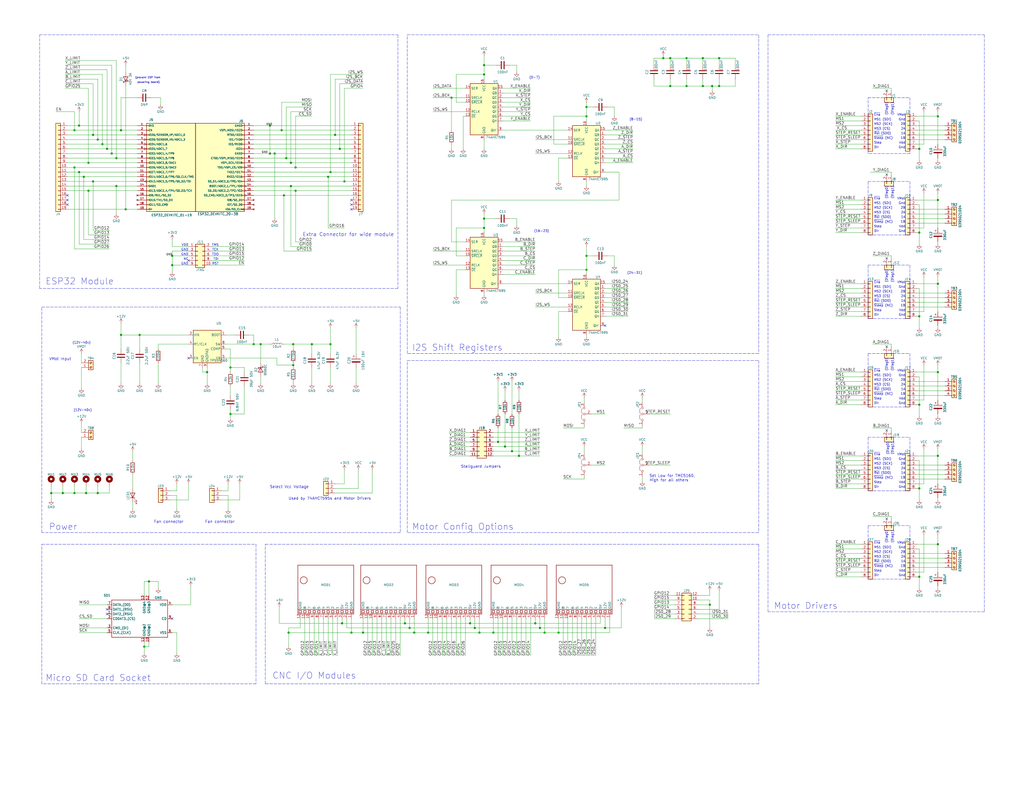
<source format=kicad_sch>
(kicad_sch (version 20211123) (generator eeschema)
  (paper "C")
  (junction (at 275.59 243.84) (diameter 1.016))
  (junction (at 147.32 83.82) (diameter 1.016))
  (junction (at 264.16 124.46) (diameter 1.016))
  (junction (at 58.42 81.28) (diameter 1.016))
  (junction (at 330.2 342.9) (diameter 1.016))
  (junction (at 297.18 345.44) (diameter 1.016))
  (junction (at 383.54 31.75) (diameter 1.016))
  (junction (at 320.04 63.5) (diameter 1.016))
  (junction (at 161.29 91.44) (diameter 1.016))
  (junction (at 269.24 345.44) (diameter 1.016))
  (junction (at 43.18 68.58) (diameter 1.016))
  (junction (at 180.34 187.96) (diameter 1.016))
  (junction (at 125.73 226.06) (diameter 1.016))
  (junction (at 294.64 342.9) (diameter 1.016))
  (junction (at 264.16 40.64) (diameter 1.016))
  (junction (at 53.34 76.2) (diameter 1.016))
  (junction (at 392.43 46.99) (diameter 1.016))
  (junction (at 113.03 203.2) (diameter 1.016))
  (junction (at 179.07 96.52) (diameter 1.016))
  (junction (at 68.58 114.3) (diameter 1.016))
  (junction (at 320.04 147.32) (diameter 1.016))
  (junction (at 55.88 78.74) (diameter 1.016))
  (junction (at 220.98 340.36) (diameter 1.016))
  (junction (at 365.76 46.99) (diameter 1.016))
  (junction (at 93.98 139.7) (diameter 1.016))
  (junction (at 81.28 317.5) (diameter 1.016))
  (junction (at 264.16 35.56) (diameter 1.016))
  (junction (at 48.26 104.14) (diameter 1.016))
  (junction (at 160.02 199.39) (diameter 1.016))
  (junction (at 511.81 297.18) (diameter 1.016))
  (junction (at 246.38 53.34) (diameter 1.016))
  (junction (at 63.5 101.6) (diameter 1.016))
  (junction (at 157.48 345.44) (diameter 1.016))
  (junction (at 511.81 154.94) (diameter 1.016))
  (junction (at 66.04 182.88) (diameter 1.016))
  (junction (at 43.18 93.98) (diameter 1.016))
  (junction (at 279.4 246.38) (diameter 1.016))
  (junction (at 158.75 88.9) (diameter 1.016))
  (junction (at 388.62 46.99) (diameter 1.016))
  (junction (at 501.65 220.98) (diameter 1.016))
  (junction (at 256.54 340.36) (diameter 1.016))
  (junction (at 320.04 58.42) (diameter 1.016))
  (junction (at 304.8 345.44) (diameter 1.016))
  (junction (at 226.06 345.44) (diameter 1.016))
  (junction (at 511.81 63.5) (diameter 1.016))
  (junction (at 48.26 88.9) (diameter 1.016))
  (junction (at 147.32 68.58) (diameter 1.016))
  (junction (at 50.8 73.66) (diameter 1.016))
  (junction (at 283.21 248.92) (diameter 1.016))
  (junction (at 182.88 73.66) (diameter 1.016))
  (junction (at 154.94 106.68) (diameter 1.016))
  (junction (at 511.81 109.22) (diameter 1.016))
  (junction (at 383.54 46.99) (diameter 1.016))
  (junction (at 149.86 83.82) (diameter 1.016))
  (junction (at 170.18 187.96) (diameter 1.016))
  (junction (at 138.43 187.96) (diameter 1.016))
  (junction (at 511.81 203.2) (diameter 1.016))
  (junction (at 40.64 91.44) (diameter 1.016))
  (junction (at 292.1 340.36) (diameter 1.016))
  (junction (at 160.02 187.96) (diameter 1.016))
  (junction (at 511.81 248.92) (diameter 1.016))
  (junction (at 223.52 342.9) (diameter 1.016))
  (junction (at 264.16 119.38) (diameter 1.016))
  (junction (at 186.69 340.36) (diameter 1.016))
  (junction (at 93.98 144.78) (diameter 1.016))
  (junction (at 45.72 96.52) (diameter 1.016))
  (junction (at 233.68 345.44) (diameter 1.016))
  (junction (at 501.65 127) (diameter 1.016))
  (junction (at 161.29 104.14) (diameter 1.016))
  (junction (at 374.65 46.99) (diameter 1.016))
  (junction (at 185.42 81.28) (diameter 1.016))
  (junction (at 271.78 241.3) (diameter 1.016))
  (junction (at 187.96 99.06) (diameter 1.016))
  (junction (at 501.65 314.96) (diameter 1.016))
  (junction (at 501.65 266.7) (diameter 1.016))
  (junction (at 374.65 31.75) (diameter 1.016))
  (junction (at 180.34 93.98) (diameter 1.016))
  (junction (at 158.75 101.6) (diameter 1.016))
  (junction (at 63.5 86.36) (diameter 1.016))
  (junction (at 259.08 342.9) (diameter 1.016))
  (junction (at 76.2 182.88) (diameter 1.016))
  (junction (at 46.99 269.24) (diameter 1.016))
  (junction (at 392.43 31.75) (diameter 1.016))
  (junction (at 60.96 83.82) (diameter 1.016))
  (junction (at 53.34 269.24) (diameter 1.016))
  (junction (at 27.94 269.24) (diameter 1.016))
  (junction (at 501.65 172.72) (diameter 1.016))
  (junction (at 198.12 345.44) (diameter 1.016))
  (junction (at 365.76 31.75) (diameter 1.016))
  (junction (at 191.77 345.44) (diameter 1.016))
  (junction (at 34.29 269.24) (diameter 1.016))
  (junction (at 261.62 345.44) (diameter 1.016))
  (junction (at 501.65 81.28) (diameter 1.016))
  (junction (at 361.95 31.75) (diameter 1.016))
  (junction (at 66.04 71.12) (diameter 1.016))
  (junction (at 40.64 269.24) (diameter 1.016))
  (junction (at 50.8 99.06) (diameter 1.016))
  (junction (at 156.21 86.36) (diameter 1.016))
  (junction (at 142.24 187.96) (diameter 1.016))
  (junction (at 387.35 330.2) (diameter 1.016))
  (junction (at 153.67 71.12) (diameter 1.016))
  (junction (at 320.04 139.7) (diameter 1.016))
  (junction (at 78.74 353.06) (diameter 1.016))
  (junction (at 125.73 200.66) (diameter 1.016))
  (junction (at 40.64 71.12) (diameter 1.016))
  (no_connect (at 102.87 195.58))
  (no_connect (at 330.2 177.8))
  (no_connect (at 36.83 106.68))
  (no_connect (at 36.83 109.22))
  (no_connect (at 36.83 111.76))
  (no_connect (at 191.77 109.22))
  (no_connect (at 191.77 111.76))
  (no_connect (at 191.77 114.3))
  (no_connect (at 102.87 142.24))
  (no_connect (at 483.87 49.53))
  (no_connect (at 483.87 95.25))
  (no_connect (at 483.87 189.23))
  (no_connect (at 483.87 234.95))
  (no_connect (at 483.87 283.21))
  (no_connect (at 58.42 332.74))
  (no_connect (at 58.42 335.28))
  (no_connect (at 93.98 337.82))
  (no_connect (at 483.87 140.97))
  (wire (pts (xy 274.32 139.7) (xy 292.1 139.7)))
  (wire (pts (xy 123.19 182.88) (xy 128.27 182.88)))
  (wire (pts (xy 511.81 105.41) (xy 511.81 109.22)))
  (wire (pts (xy 476.25 48.26) (xy 486.41 48.26)))
  (wire (pts (xy 501.65 314.96) (xy 500.38 314.96)))
  (wire (pts (xy 455.93 264.16) (xy 469.9 264.16)))
  (wire (pts (xy 81.28 317.5) (xy 86.36 317.5)))
  (wire (pts (xy 511.81 109.22) (xy 511.81 124.46)))
  (wire (pts (xy 187.96 48.26) (xy 187.96 99.06)))
  (wire (pts (xy 318.77 232.41) (xy 318.77 233.68)))
  (wire (pts (xy 120.65 273.05) (xy 130.81 273.05)))
  (polyline (pts (xy 414.02 19.05) (xy 414.02 193.04)) (stroke (width 0) (type dash)))
  (wire (pts (xy 161.29 132.08) (xy 170.18 132.08)))
  (wire (pts (xy 43.18 93.98) (xy 74.93 93.98)))
  (wire (pts (xy 102.87 273.05) (xy 102.87 264.16)))
  (wire (pts (xy 511.81 226.06) (xy 511.81 227.33)))
  (wire (pts (xy 455.93 208.28) (xy 469.9 208.28)))
  (wire (pts (xy 158.75 88.9) (xy 191.77 88.9)))
  (wire (pts (xy 501.65 127) (xy 501.65 133.35)))
  (wire (pts (xy 160.02 198.12) (xy 160.02 199.39)))
  (wire (pts (xy 160.02 199.39) (xy 160.02 200.66)))
  (wire (pts (xy 195.58 266.7) (xy 195.58 256.54)))
  (wire (pts (xy 27.94 269.24) (xy 27.94 265.43)))
  (wire (pts (xy 48.26 88.9) (xy 36.83 88.9)))
  (wire (pts (xy 330.2 172.72) (xy 342.9 172.72)))
  (wire (pts (xy 279.4 337.82) (xy 279.4 358.14)))
  (wire (pts (xy 323.85 139.7) (xy 320.04 139.7)))
  (wire (pts (xy 309.88 170.18) (xy 304.8 170.18)))
  (wire (pts (xy 35.56 40.64) (xy 55.88 40.64)))
  (wire (pts (xy 387.35 330.2) (xy 387.35 342.9)))
  (wire (pts (xy 511.81 203.2) (xy 511.81 218.44)))
  (polyline (pts (xy 473.71 267.97) (xy 473.71 238.76)) (stroke (width 0) (type dash)))
  (polyline (pts (xy 22.86 167.64) (xy 218.44 167.64)) (stroke (width 0) (type dash)))
  (wire (pts (xy 350.52 232.41) (xy 350.52 233.68)))
  (wire (pts (xy 281.94 39.37) (xy 281.94 35.56)))
  (wire (pts (xy 401.32 46.99) (xy 392.43 46.99)))
  (polyline (pts (xy 139.7 297.18) (xy 139.7 373.38)) (stroke (width 0) (type dash)))
  (wire (pts (xy 302.26 63.5) (xy 320.04 63.5)))
  (polyline (pts (xy 537.21 19.05) (xy 537.21 334.01)) (stroke (width 0) (type dash)))
  (wire (pts (xy 200.66 337.82) (xy 200.66 358.14)))
  (wire (pts (xy 213.36 337.82) (xy 213.36 358.14)))
  (wire (pts (xy 236.22 144.78) (xy 254 144.78)))
  (wire (pts (xy 259.08 342.9) (xy 223.52 342.9)))
  (wire (pts (xy 455.93 172.72) (xy 469.9 172.72)))
  (wire (pts (xy 500.38 160.02) (xy 515.62 160.02)))
  (wire (pts (xy 515.62 71.12) (xy 500.38 71.12)))
  (wire (pts (xy 78.74 317.5) (xy 81.28 317.5)))
  (wire (pts (xy 81.28 325.12) (xy 81.28 317.5)))
  (wire (pts (xy 40.64 60.96) (xy 40.64 71.12)))
  (wire (pts (xy 374.65 46.99) (xy 383.54 46.99)))
  (wire (pts (xy 383.54 46.99) (xy 388.62 46.99)))
  (polyline (pts (xy 218.44 290.83) (xy 22.86 290.83)) (stroke (width 0) (type dash)))
  (wire (pts (xy 43.18 68.58) (xy 74.93 68.58)))
  (wire (pts (xy 44.45 231.14) (xy 44.45 236.22)))
  (wire (pts (xy 335.28 58.42) (xy 335.28 63.5)))
  (wire (pts (xy 279.4 246.38) (xy 269.24 246.38)))
  (wire (pts (xy 455.93 205.74) (xy 469.9 205.74)))
  (wire (pts (xy 455.93 124.46) (xy 469.9 124.46)))
  (wire (pts (xy 292.1 83.82) (xy 309.88 83.82)))
  (wire (pts (xy 104.14 330.2) (xy 104.14 320.04)))
  (polyline (pts (xy 496.57 99.06) (xy 496.57 128.27)) (stroke (width 0) (type dash)))
  (wire (pts (xy 30.48 60.96) (xy 40.64 60.96)))
  (wire (pts (xy 292.1 167.64) (xy 309.88 167.64)))
  (wire (pts (xy 365.76 31.75) (xy 365.76 35.56)))
  (wire (pts (xy 125.73 226.06) (xy 125.73 228.6)))
  (wire (pts (xy 133.35 210.82) (xy 133.35 226.06)))
  (wire (pts (xy 133.35 226.06) (xy 125.73 226.06)))
  (wire (pts (xy 330.2 71.12) (xy 345.44 71.12)))
  (wire (pts (xy 294.64 246.38) (xy 279.4 246.38)))
  (wire (pts (xy 138.43 81.28) (xy 185.42 81.28)))
  (wire (pts (xy 180.34 40.64) (xy 180.34 93.98)))
  (wire (pts (xy 233.68 345.44) (xy 261.62 345.44)))
  (wire (pts (xy 46.99 269.24) (xy 46.99 265.43)))
  (wire (pts (xy 115.57 139.7) (xy 133.35 139.7)))
  (wire (pts (xy 504.19 199.39) (xy 504.19 218.44)))
  (wire (pts (xy 36.83 93.98) (xy 43.18 93.98)))
  (wire (pts (xy 350.52 233.68) (xy 340.36 233.68)))
  (wire (pts (xy 501.65 66.04) (xy 501.65 81.28)))
  (wire (pts (xy 274.32 149.86) (xy 292.1 149.86)))
  (wire (pts (xy 45.72 130.81) (xy 45.72 96.52)))
  (wire (pts (xy 50.8 73.66) (xy 74.93 73.66)))
  (wire (pts (xy 279.4 233.68) (xy 279.4 246.38)))
  (wire (pts (xy 130.81 273.05) (xy 130.81 264.16)))
  (wire (pts (xy 246.38 53.34) (xy 254 53.34)))
  (wire (pts (xy 93.98 139.7) (xy 93.98 137.16)))
  (wire (pts (xy 147.32 68.58) (xy 147.32 83.82)))
  (wire (pts (xy 500.38 251.46) (xy 501.65 251.46)))
  (wire (pts (xy 274.32 58.42) (xy 289.56 58.42)))
  (wire (pts (xy 259.08 342.9) (xy 259.08 337.82)))
  (wire (pts (xy 374.65 31.75) (xy 383.54 31.75)))
  (wire (pts (xy 515.62 309.88) (xy 500.38 309.88)))
  (wire (pts (xy 68.58 35.56) (xy 68.58 39.37)))
  (wire (pts (xy 455.93 68.58) (xy 469.9 68.58)))
  (wire (pts (xy 511.81 271.78) (xy 511.81 273.05)))
  (polyline (pts (xy 222.25 196.85) (xy 414.02 196.85)) (stroke (width 0) (type dash)))
  (polyline (pts (xy 496.57 287.02) (xy 496.57 316.23)) (stroke (width 0) (type dash)))
  (wire (pts (xy 356.87 337.82) (xy 368.3 337.82)))
  (wire (pts (xy 320.04 149.86) (xy 320.04 147.32)))
  (wire (pts (xy 138.43 104.14) (xy 161.29 104.14)))
  (wire (pts (xy 274.32 63.5) (xy 289.56 63.5)))
  (wire (pts (xy 43.18 337.82) (xy 58.42 337.82)))
  (wire (pts (xy 381 337.82) (xy 397.51 337.82)))
  (wire (pts (xy 401.32 35.56) (xy 401.32 31.75)))
  (wire (pts (xy 515.62 208.28) (xy 500.38 208.28)))
  (polyline (pts (xy 496.57 222.25) (xy 473.71 222.25)) (stroke (width 0) (type dash)))
  (wire (pts (xy 44.45 198.12) (xy 44.45 193.04)))
  (wire (pts (xy 455.93 302.26) (xy 469.9 302.26)))
  (wire (pts (xy 511.81 292.1) (xy 511.81 297.18)))
  (wire (pts (xy 511.81 63.5) (xy 511.81 78.74)))
  (wire (pts (xy 194.31 200.66) (xy 194.31 209.55)))
  (wire (pts (xy 40.64 91.44) (xy 40.64 135.89)))
  (wire (pts (xy 486.41 281.94) (xy 486.41 283.21)))
  (wire (pts (xy 185.42 45.72) (xy 185.42 81.28)))
  (wire (pts (xy 223.52 342.9) (xy 223.52 337.82)))
  (wire (pts (xy 501.65 172.72) (xy 501.65 179.07)))
  (wire (pts (xy 160.02 187.96) (xy 160.02 190.5)))
  (wire (pts (xy 455.93 111.76) (xy 469.9 111.76)))
  (wire (pts (xy 158.75 60.96) (xy 158.75 88.9)))
  (wire (pts (xy 383.54 43.18) (xy 383.54 46.99)))
  (wire (pts (xy 486.41 187.96) (xy 486.41 189.23)))
  (wire (pts (xy 274.32 147.32) (xy 292.1 147.32)))
  (wire (pts (xy 161.29 104.14) (xy 191.77 104.14)))
  (wire (pts (xy 455.93 218.44) (xy 469.9 218.44)))
  (wire (pts (xy 325.12 337.82) (xy 325.12 358.14)))
  (wire (pts (xy 281.94 337.82) (xy 281.94 358.14)))
  (wire (pts (xy 500.38 259.08) (xy 515.62 259.08)))
  (wire (pts (xy 92.71 273.05) (xy 102.87 273.05)))
  (wire (pts (xy 294.64 342.9) (xy 294.64 337.82)))
  (wire (pts (xy 500.38 302.26) (xy 515.62 302.26)))
  (wire (pts (xy 182.88 43.18) (xy 182.88 73.66)))
  (wire (pts (xy 455.93 170.18) (xy 469.9 170.18)))
  (wire (pts (xy 504.19 264.16) (xy 500.38 264.16)))
  (wire (pts (xy 246.38 132.08) (xy 254 132.08)))
  (wire (pts (xy 203.2 337.82) (xy 203.2 358.14)))
  (wire (pts (xy 388.62 46.99) (xy 388.62 49.53)))
  (wire (pts (xy 318.77 217.17) (xy 318.77 219.71)))
  (wire (pts (xy 135.89 182.88) (xy 138.43 182.88)))
  (wire (pts (xy 276.86 358.14) (xy 276.86 337.82)))
  (wire (pts (xy 40.64 71.12) (xy 66.04 71.12)))
  (wire (pts (xy 246.38 53.34) (xy 246.38 71.12)))
  (wire (pts (xy 361.95 31.75) (xy 365.76 31.75)))
  (wire (pts (xy 365.76 31.75) (xy 374.65 31.75)))
  (wire (pts (xy 274.32 53.34) (xy 289.56 53.34)))
  (wire (pts (xy 455.93 220.98) (xy 469.9 220.98)))
  (wire (pts (xy 500.38 63.5) (xy 511.81 63.5)))
  (wire (pts (xy 68.58 46.99) (xy 68.58 114.3)))
  (wire (pts (xy 500.38 73.66) (xy 515.62 73.66)))
  (wire (pts (xy 50.8 99.06) (xy 74.93 99.06)))
  (wire (pts (xy 501.65 251.46) (xy 501.65 266.7)))
  (wire (pts (xy 302.26 78.74) (xy 302.26 63.5)))
  (wire (pts (xy 309.88 78.74) (xy 302.26 78.74)))
  (wire (pts (xy 76.2 182.88) (xy 76.2 190.5)))
  (wire (pts (xy 274.32 358.14) (xy 274.32 337.82)))
  (wire (pts (xy 455.93 203.2) (xy 469.9 203.2)))
  (wire (pts (xy 154.94 137.16) (xy 170.18 137.16)))
  (wire (pts (xy 455.93 114.3) (xy 469.9 114.3)))
  (wire (pts (xy 504.19 170.18) (xy 500.38 170.18)))
  (wire (pts (xy 322.58 337.82) (xy 322.58 358.14)))
  (wire (pts (xy 182.88 266.7) (xy 195.58 266.7)))
  (wire (pts (xy 138.43 83.82) (xy 147.32 83.82)))
  (wire (pts (xy 455.93 248.92) (xy 469.9 248.92)))
  (wire (pts (xy 511.81 320.04) (xy 511.81 321.31)))
  (wire (pts (xy 34.29 269.24) (xy 27.94 269.24)))
  (wire (pts (xy 392.43 31.75) (xy 392.43 35.56)))
  (wire (pts (xy 264.16 43.18) (xy 264.16 40.64)))
  (wire (pts (xy 48.26 104.14) (xy 74.93 104.14)))
  (wire (pts (xy 330.2 157.48) (xy 342.9 157.48)))
  (wire (pts (xy 342.9 165.1) (xy 330.2 165.1)))
  (wire (pts (xy 233.68 345.44) (xy 226.06 345.44)))
  (wire (pts (xy 292.1 340.36) (xy 292.1 337.82)))
  (polyline (pts (xy 473.71 193.04) (xy 496.57 193.04)) (stroke (width 0) (type dash)))
  (wire (pts (xy 142.24 187.96) (xy 147.32 187.96)))
  (wire (pts (xy 138.43 96.52) (xy 179.07 96.52)))
  (wire (pts (xy 256.54 241.3) (xy 245.11 241.3)))
  (polyline (pts (xy 473.71 144.78) (xy 496.57 144.78)) (stroke (width 0) (type dash)))
  (wire (pts (xy 223.52 342.9) (xy 189.23 342.9)))
  (wire (pts (xy 504.19 124.46) (xy 500.38 124.46)))
  (wire (pts (xy 36.83 104.14) (xy 48.26 104.14)))
  (wire (pts (xy 511.81 132.08) (xy 511.81 133.35)))
  (wire (pts (xy 44.45 200.66) (xy 44.45 212.09)))
  (wire (pts (xy 330.2 83.82) (xy 345.44 83.82)))
  (wire (pts (xy 356.87 332.74) (xy 368.3 332.74)))
  (wire (pts (xy 154.94 187.96) (xy 160.02 187.96)))
  (polyline (pts (xy 222.25 193.04) (xy 222.25 19.05)) (stroke (width 0) (type dash)))
  (wire (pts (xy 236.22 137.16) (xy 254 137.16)))
  (wire (pts (xy 330.2 93.98) (xy 337.82 93.98)))
  (wire (pts (xy 138.43 93.98) (xy 180.34 93.98)))
  (wire (pts (xy 36.83 71.12) (xy 40.64 71.12)))
  (wire (pts (xy 304.8 162.56) (xy 304.8 147.32)))
  (wire (pts (xy 309.88 162.56) (xy 304.8 162.56)))
  (wire (pts (xy 304.8 147.32) (xy 320.04 147.32)))
  (wire (pts (xy 48.26 48.26) (xy 48.26 88.9)))
  (wire (pts (xy 138.43 91.44) (xy 161.29 91.44)))
  (wire (pts (xy 486.41 233.68) (xy 486.41 234.95)))
  (wire (pts (xy 156.21 86.36) (xy 191.77 86.36)))
  (wire (pts (xy 275.59 243.84) (xy 269.24 243.84)))
  (wire (pts (xy 500.38 297.18) (xy 511.81 297.18)))
  (wire (pts (xy 120.65 270.51) (xy 124.46 270.51)))
  (wire (pts (xy 55.88 78.74) (xy 36.83 78.74)))
  (polyline (pts (xy 473.71 316.23) (xy 473.71 287.02)) (stroke (width 0) (type dash)))
  (wire (pts (xy 270.51 119.38) (xy 264.16 119.38)))
  (wire (pts (xy 93.98 144.78) (xy 102.87 144.78)))
  (wire (pts (xy 153.67 55.88) (xy 170.18 55.88)))
  (wire (pts (xy 53.34 269.24) (xy 59.69 269.24)))
  (wire (pts (xy 186.69 340.36) (xy 186.69 337.82)))
  (wire (pts (xy 455.93 251.46) (xy 469.9 251.46)))
  (wire (pts (xy 248.92 147.32) (xy 248.92 161.29)))
  (wire (pts (xy 236.22 48.26) (xy 254 48.26)))
  (wire (pts (xy 392.43 46.99) (xy 388.62 46.99)))
  (wire (pts (xy 455.93 259.08) (xy 469.9 259.08)))
  (wire (pts (xy 120.65 267.97) (xy 124.46 267.97)))
  (wire (pts (xy 500.38 66.04) (xy 501.65 66.04)))
  (wire (pts (xy 133.35 200.66) (xy 133.35 203.2)))
  (wire (pts (xy 330.2 342.9) (xy 294.64 342.9)))
  (polyline (pts (xy 21.59 19.05) (xy 217.17 19.05)) (stroke (width 0) (type dash)))
  (polyline (pts (xy 218.44 167.64) (xy 218.44 290.83)) (stroke (width 0) (type dash)))
  (wire (pts (xy 66.04 53.34) (xy 74.93 53.34)))
  (wire (pts (xy 271.78 208.28) (xy 271.78 226.06)))
  (wire (pts (xy 36.83 81.28) (xy 58.42 81.28)))
  (wire (pts (xy 337.82 109.22) (xy 246.38 109.22)))
  (wire (pts (xy 339.09 331.47) (xy 339.09 342.9)))
  (wire (pts (xy 327.66 340.36) (xy 327.66 337.82)))
  (wire (pts (xy 66.04 176.53) (xy 66.04 182.88)))
  (wire (pts (xy 50.8 73.66) (xy 36.83 73.66)))
  (polyline (pts (xy 473.71 222.25) (xy 473.71 193.04)) (stroke (width 0) (type dash)))
  (wire (pts (xy 35.56 33.02) (xy 63.5 33.02)))
  (wire (pts (xy 53.34 43.18) (xy 53.34 76.2)))
  (wire (pts (xy 115.57 137.16) (xy 133.35 137.16)))
  (wire (pts (xy 500.38 299.72) (xy 501.65 299.72)))
  (wire (pts (xy 500.38 307.34) (xy 515.62 307.34)))
  (wire (pts (xy 180.34 187.96) (xy 180.34 179.07)))
  (wire (pts (xy 238.76 337.82) (xy 238.76 358.14)))
  (wire (pts (xy 81.28 350.52) (xy 81.28 353.06)))
  (wire (pts (xy 81.28 353.06) (xy 78.74 353.06)))
  (wire (pts (xy 248.92 139.7) (xy 248.92 124.46)))
  (wire (pts (xy 254 139.7) (xy 248.92 139.7)))
  (polyline (pts (xy 419.1 334.01) (xy 419.1 19.05)) (stroke (width 0) (type dash)))
  (wire (pts (xy 332.74 337.82) (xy 332.74 345.44)))
  (wire (pts (xy 279.4 208.28) (xy 279.4 226.06)))
  (wire (pts (xy 248.92 337.82) (xy 248.92 358.14)))
  (wire (pts (xy 63.5 33.02) (xy 63.5 86.36)))
  (wire (pts (xy 251.46 337.82) (xy 251.46 358.14)))
  (wire (pts (xy 256.54 243.84) (xy 245.11 243.84)))
  (polyline (pts (xy 496.57 144.78) (xy 496.57 173.99)) (stroke (width 0) (type dash)))
  (wire (pts (xy 342.9 170.18) (xy 330.2 170.18)))
  (wire (pts (xy 170.18 200.66) (xy 170.18 209.55)))
  (wire (pts (xy 87.63 53.34) (xy 87.63 57.15)))
  (wire (pts (xy 274.32 48.26) (xy 289.56 48.26)))
  (wire (pts (xy 274.32 144.78) (xy 292.1 144.78)))
  (wire (pts (xy 455.93 63.5) (xy 469.9 63.5)))
  (wire (pts (xy 161.29 91.44) (xy 191.77 91.44)))
  (polyline (pts (xy 414.02 373.38) (xy 144.78 373.38)) (stroke (width 0) (type dash)))
  (wire (pts (xy 153.67 71.12) (xy 191.77 71.12)))
  (wire (pts (xy 274.32 55.88) (xy 289.56 55.88)))
  (wire (pts (xy 511.81 177.8) (xy 511.81 179.07)))
  (wire (pts (xy 320.04 139.7) (xy 320.04 134.62)))
  (wire (pts (xy 283.21 213.36) (xy 283.21 218.44)))
  (wire (pts (xy 66.04 71.12) (xy 74.93 71.12)))
  (wire (pts (xy 455.93 116.84) (xy 469.9 116.84)))
  (wire (pts (xy 58.42 38.1) (xy 58.42 81.28)))
  (wire (pts (xy 486.41 139.7) (xy 486.41 140.97)))
  (wire (pts (xy 220.98 340.36) (xy 220.98 337.82)))
  (wire (pts (xy 256.54 340.36) (xy 292.1 340.36)))
  (wire (pts (xy 455.93 299.72) (xy 469.9 299.72)))
  (wire (pts (xy 179.07 124.46) (xy 179.07 96.52)))
  (wire (pts (xy 50.8 45.72) (xy 50.8 73.66)))
  (wire (pts (xy 161.29 63.5) (xy 170.18 63.5)))
  (wire (pts (xy 264.16 124.46) (xy 264.16 119.38)))
  (wire (pts (xy 271.78 358.14) (xy 271.78 337.82)))
  (wire (pts (xy 455.93 213.36) (xy 469.9 213.36)))
  (wire (pts (xy 138.43 68.58) (xy 147.32 68.58)))
  (wire (pts (xy 208.28 337.82) (xy 208.28 358.14)))
  (wire (pts (xy 60.96 83.82) (xy 36.83 83.82)))
  (wire (pts (xy 226.06 345.44) (xy 198.12 345.44)))
  (wire (pts (xy 455.93 165.1) (xy 469.9 165.1)))
  (wire (pts (xy 180.34 193.04) (xy 180.34 187.96)))
  (wire (pts (xy 356.87 330.2) (xy 368.3 330.2)))
  (wire (pts (xy 27.94 273.05) (xy 27.94 269.24)))
  (wire (pts (xy 374.65 46.99) (xy 374.65 43.18)))
  (wire (pts (xy 198.12 40.64) (xy 180.34 40.64)))
  (polyline (pts (xy 419.1 19.05) (xy 537.21 19.05)) (stroke (width 0) (type dash)))
  (wire (pts (xy 381 327.66) (xy 387.35 327.66)))
  (polyline (pts (xy 22.86 290.83) (xy 22.86 167.64)) (stroke (width 0) (type dash)))
  (wire (pts (xy 93.98 139.7) (xy 102.87 139.7)))
  (wire (pts (xy 387.35 327.66) (xy 387.35 330.2)))
  (wire (pts (xy 59.69 128.27) (xy 48.26 128.27)))
  (wire (pts (xy 158.75 134.62) (xy 158.75 101.6)))
  (wire (pts (xy 350.52 260.35) (xy 350.52 262.89)))
  (wire (pts (xy 256.54 238.76) (xy 245.11 238.76)))
  (wire (pts (xy 320.04 66.04) (xy 320.04 63.5)))
  (wire (pts (xy 501.65 314.96) (xy 501.65 321.31)))
  (wire (pts (xy 96.52 278.13) (xy 96.52 270.51)))
  (wire (pts (xy 335.28 139.7) (xy 335.28 144.78)))
  (wire (pts (xy 501.65 220.98) (xy 500.38 220.98)))
  (wire (pts (xy 271.78 233.68) (xy 271.78 241.3)))
  (wire (pts (xy 455.93 121.92) (xy 469.9 121.92)))
  (wire (pts (xy 318.77 243.84) (xy 318.77 247.65)))
  (wire (pts (xy 36.83 101.6) (xy 63.5 101.6)))
  (wire (pts (xy 63.5 101.6) (xy 74.93 101.6)))
  (wire (pts (xy 500.38 203.2) (xy 511.81 203.2)))
  (wire (pts (xy 142.24 187.96) (xy 142.24 198.12)))
  (wire (pts (xy 36.83 86.36) (xy 63.5 86.36)))
  (wire (pts (xy 322.58 254) (xy 330.2 254)))
  (wire (pts (xy 78.74 325.12) (xy 78.74 317.5)))
  (wire (pts (xy 264.16 127) (xy 264.16 124.46)))
  (polyline (pts (xy 496.57 316.23) (xy 473.71 316.23)) (stroke (width 0) (type dash)))
  (wire (pts (xy 248.92 124.46) (xy 264.16 124.46)))
  (wire (pts (xy 66.04 182.88) (xy 66.04 190.5)))
  (polyline (pts (xy 414.02 290.83) (xy 222.25 290.83)) (stroke (width 0) (type dash)))
  (wire (pts (xy 138.43 99.06) (xy 187.96 99.06)))
  (wire (pts (xy 160.02 187.96) (xy 170.18 187.96)))
  (wire (pts (xy 43.18 342.9) (xy 58.42 342.9)))
  (wire (pts (xy 455.93 256.54) (xy 469.9 256.54)))
  (wire (pts (xy 123.19 187.96) (xy 138.43 187.96)))
  (wire (pts (xy 511.81 248.92) (xy 511.81 264.16)))
  (wire (pts (xy 455.93 78.74) (xy 469.9 78.74)))
  (wire (pts (xy 246.38 337.82) (xy 246.38 358.14)))
  (wire (pts (xy 330.2 76.2) (xy 345.44 76.2)))
  (wire (pts (xy 138.43 76.2) (xy 191.77 76.2)))
  (wire (pts (xy 152.4 340.36) (xy 186.69 340.36)))
  (wire (pts (xy 501.65 127) (xy 500.38 127)))
  (wire (pts (xy 365.76 43.18) (xy 365.76 46.99)))
  (wire (pts (xy 504.19 60.96) (xy 504.19 78.74)))
  (wire (pts (xy 381 332.74) (xy 392.43 332.74)))
  (polyline (pts (xy 473.71 173.99) (xy 473.71 144.78)) (stroke (width 0) (type dash)))
  (wire (pts (xy 275.59 226.06) (xy 275.59 243.84)))
  (wire (pts (xy 515.62 162.56) (xy 500.38 162.56)))
  (wire (pts (xy 198.12 48.26) (xy 187.96 48.26)))
  (wire (pts (xy 511.81 60.96) (xy 511.81 63.5)))
  (wire (pts (xy 198.12 45.72) (xy 185.42 45.72)))
  (wire (pts (xy 501.65 205.74) (xy 501.65 220.98)))
  (wire (pts (xy 474.98 93.98) (xy 486.41 93.98)))
  (wire (pts (xy 374.65 31.75) (xy 374.65 35.56)))
  (wire (pts (xy 198.12 345.44) (xy 191.77 345.44)))
  (wire (pts (xy 184.15 337.82) (xy 184.15 358.14)))
  (wire (pts (xy 72.39 274.32) (xy 72.39 278.13)))
  (wire (pts (xy 330.2 162.56) (xy 342.9 162.56)))
  (wire (pts (xy 320.04 63.5) (xy 320.04 58.42)))
  (wire (pts (xy 322.58 226.06) (xy 330.2 226.06)))
  (wire (pts (xy 125.73 200.66) (xy 125.73 203.2)))
  (wire (pts (xy 133.35 200.66) (xy 125.73 200.66)))
  (wire (pts (xy 314.96 337.82) (xy 314.96 358.14)))
  (wire (pts (xy 182.88 269.24) (xy 203.2 269.24)))
  (wire (pts (xy 68.58 114.3) (xy 74.93 114.3)))
  (wire (pts (xy 401.32 43.18) (xy 401.32 46.99)))
  (polyline (pts (xy 222.25 19.05) (xy 414.02 19.05)) (stroke (width 0) (type dash)))
  (wire (pts (xy 515.62 116.84) (xy 500.38 116.84)))
  (wire (pts (xy 455.93 160.02) (xy 469.9 160.02)))
  (wire (pts (xy 203.2 269.24) (xy 203.2 256.54)))
  (wire (pts (xy 66.04 198.12) (xy 66.04 209.55)))
  (wire (pts (xy 93.98 137.16) (xy 102.87 137.16)))
  (wire (pts (xy 125.73 210.82) (xy 125.73 215.9)))
  (wire (pts (xy 191.77 337.82) (xy 191.77 345.44)))
  (wire (pts (xy 501.65 81.28) (xy 500.38 81.28)))
  (wire (pts (xy 455.93 71.12) (xy 469.9 71.12)))
  (wire (pts (xy 501.65 81.28) (xy 501.65 87.63)))
  (wire (pts (xy 264.16 160.02) (xy 264.16 161.29)))
  (wire (pts (xy 500.38 205.74) (xy 501.65 205.74)))
  (polyline (pts (xy 21.59 157.48) (xy 21.59 19.05)) (stroke (width 0) (type dash)))
  (wire (pts (xy 59.69 130.81) (xy 45.72 130.81)))
  (wire (pts (xy 220.98 340.36) (xy 256.54 340.36)))
  (wire (pts (xy 68.58 114.3) (xy 36.83 114.3)))
  (wire (pts (xy 110.49 200.66) (xy 110.49 203.2)))
  (wire (pts (xy 110.49 203.2) (xy 113.03 203.2)))
  (wire (pts (xy 297.18 337.82) (xy 297.18 345.44)))
  (wire (pts (xy 254 337.82) (xy 254 358.14)))
  (wire (pts (xy 307.34 358.14) (xy 307.34 337.82)))
  (wire (pts (xy 63.5 101.6) (xy 63.5 116.84)))
  (wire (pts (xy 501.65 172.72) (xy 500.38 172.72)))
  (polyline (pts (xy 414.02 196.85) (xy 414.02 290.83)) (stroke (width 0) (type dash)))
  (wire (pts (xy 330.2 342.9) (xy 330.2 337.82)))
  (wire (pts (xy 361.95 31.75) (xy 356.87 31.75)))
  (wire (pts (xy 356.87 43.18) (xy 356.87 46.99)))
  (wire (pts (xy 455.93 266.7) (xy 469.9 266.7)))
  (wire (pts (xy 476.25 187.96) (xy 486.41 187.96)))
  (wire (pts (xy 515.62 121.92) (xy 500.38 121.92)))
  (wire (pts (xy 93.98 144.78) (xy 93.98 139.7)))
  (wire (pts (xy 500.38 165.1) (xy 515.62 165.1)))
  (wire (pts (xy 504.19 151.13) (xy 504.19 170.18)))
  (wire (pts (xy 168.91 337.82) (xy 168.91 358.14)))
  (wire (pts (xy 48.26 88.9) (xy 74.93 88.9)))
  (wire (pts (xy 93.98 134.62) (xy 102.87 134.62)))
  (wire (pts (xy 236.22 53.34) (xy 246.38 53.34)))
  (wire (pts (xy 59.69 269.24) (xy 59.69 265.43)))
  (wire (pts (xy 274.32 60.96) (xy 289.56 60.96)))
  (wire (pts (xy 48.26 128.27) (xy 48.26 104.14)))
  (wire (pts (xy 504.19 245.11) (xy 504.19 264.16)))
  (wire (pts (xy 186.69 340.36) (xy 220.98 340.36)))
  (wire (pts (xy 173.99 337.82) (xy 173.99 358.14)))
  (wire (pts (xy 515.62 304.8) (xy 500.38 304.8)))
  (wire (pts (xy 138.43 101.6) (xy 158.75 101.6)))
  (wire (pts (xy 93.98 148.59) (xy 93.98 144.78)))
  (wire (pts (xy 323.85 58.42) (xy 320.04 58.42)))
  (wire (pts (xy 138.43 187.96) (xy 142.24 187.96)))
  (wire (pts (xy 151.13 195.58) (xy 123.19 195.58)))
  (wire (pts (xy 151.13 199.39) (xy 151.13 195.58)))
  (wire (pts (xy 43.18 330.2) (xy 58.42 330.2)))
  (wire (pts (xy 170.18 187.96) (xy 180.34 187.96)))
  (wire (pts (xy 226.06 337.82) (xy 226.06 345.44)))
  (wire (pts (xy 256.54 340.36) (xy 256.54 337.82)))
  (wire (pts (xy 292.1 160.02) (xy 309.88 160.02)))
  (wire (pts (xy 274.32 142.24) (xy 292.1 142.24)))
  (wire (pts (xy 153.67 55.88) (xy 153.67 71.12)))
  (wire (pts (xy 36.83 76.2) (xy 53.34 76.2)))
  (wire (pts (xy 455.93 314.96) (xy 469.9 314.96)))
  (wire (pts (xy 256.54 236.22) (xy 245.11 236.22)))
  (polyline (pts (xy 496.57 173.99) (xy 473.71 173.99)) (stroke (width 0) (type dash)))
  (wire (pts (xy 191.77 101.6) (xy 158.75 101.6)))
  (wire (pts (xy 156.21 58.42) (xy 156.21 86.36)))
  (wire (pts (xy 332.74 345.44) (xy 304.8 345.44)))
  (wire (pts (xy 307.34 261.62) (xy 318.77 261.62)))
  (wire (pts (xy 455.93 76.2) (xy 469.9 76.2)))
  (wire (pts (xy 486.41 48.26) (xy 486.41 49.53)))
  (wire (pts (xy 123.19 190.5) (xy 125.73 190.5)))
  (wire (pts (xy 125.73 190.5) (xy 125.73 200.66)))
  (wire (pts (xy 40.64 269.24) (xy 46.99 269.24)))
  (wire (pts (xy 275.59 213.36) (xy 275.59 218.44)))
  (wire (pts (xy 182.88 264.16) (xy 187.96 264.16)))
  (wire (pts (xy 455.93 297.18) (xy 469.9 297.18)))
  (wire (pts (xy 511.81 86.36) (xy 511.81 87.63)))
  (wire (pts (xy 515.62 261.62) (xy 500.38 261.62)))
  (wire (pts (xy 60.96 83.82) (xy 74.93 83.82)))
  (wire (pts (xy 236.22 60.96) (xy 254 60.96)))
  (wire (pts (xy 138.43 88.9) (xy 158.75 88.9)))
  (wire (pts (xy 365.76 46.99) (xy 374.65 46.99)))
  (wire (pts (xy 35.56 43.18) (xy 53.34 43.18)))
  (polyline (pts (xy 496.57 128.27) (xy 473.71 128.27)) (stroke (width 0) (type dash)))
  (wire (pts (xy 283.21 226.06) (xy 283.21 248.92)))
  (wire (pts (xy 356.87 31.75) (xy 356.87 35.56)))
  (wire (pts (xy 269.24 345.44) (xy 261.62 345.44)))
  (wire (pts (xy 500.38 154.94) (xy 511.81 154.94)))
  (wire (pts (xy 283.21 248.92) (xy 269.24 248.92)))
  (wire (pts (xy 292.1 76.2) (xy 309.88 76.2)))
  (wire (pts (xy 515.62 256.54) (xy 500.38 256.54)))
  (wire (pts (xy 297.18 345.44) (xy 269.24 345.44)))
  (wire (pts (xy 515.62 213.36) (xy 500.38 213.36)))
  (wire (pts (xy 455.93 261.62) (xy 469.9 261.62)))
  (wire (pts (xy 166.37 337.82) (xy 166.37 358.14)))
  (wire (pts (xy 96.52 345.44) (xy 96.52 356.87)))
  (wire (pts (xy 354.33 226.06) (xy 365.76 226.06)))
  (wire (pts (xy 511.81 151.13) (xy 511.81 154.94)))
  (wire (pts (xy 233.68 337.82) (xy 233.68 345.44)))
  (polyline (pts (xy 473.71 83.82) (xy 473.71 53.34)) (stroke (width 0) (type dash)))
  (wire (pts (xy 335.28 58.42) (xy 331.47 58.42)))
  (wire (pts (xy 43.18 93.98) (xy 43.18 133.35)))
  (wire (pts (xy 198.12 337.82) (xy 198.12 345.44)))
  (wire (pts (xy 289.56 337.82) (xy 289.56 358.14)))
  (wire (pts (xy 256.54 248.92) (xy 245.11 248.92)))
  (wire (pts (xy 154.94 106.68) (xy 191.77 106.68)))
  (wire (pts (xy 157.48 345.44) (xy 157.48 342.9)))
  (wire (pts (xy 179.07 124.46) (xy 187.96 124.46)))
  (wire (pts (xy 304.8 345.44) (xy 297.18 345.44)))
  (wire (pts (xy 381 330.2) (xy 387.35 330.2)))
  (wire (pts (xy 309.88 337.82) (xy 309.88 358.14)))
  (wire (pts (xy 170.18 187.96) (xy 170.18 193.04)))
  (wire (pts (xy 96.52 267.97) (xy 96.52 264.16)))
  (wire (pts (xy 500.38 248.92) (xy 511.81 248.92)))
  (wire (pts (xy 304.8 337.82) (xy 304.8 345.44)))
  (wire (pts (xy 455.93 307.34) (xy 469.9 307.34)))
  (wire (pts (xy 55.88 78.74) (xy 74.93 78.74)))
  (wire (pts (xy 455.93 157.48) (xy 469.9 157.48)))
  (wire (pts (xy 455.93 73.66) (xy 469.9 73.66)))
  (wire (pts (xy 180.34 200.66) (xy 180.34 209.55)))
  (wire (pts (xy 72.39 259.08) (xy 72.39 266.7)))
  (wire (pts (xy 254 63.5) (xy 252.73 63.5)))
  (wire (pts (xy 383.54 31.75) (xy 392.43 31.75)))
  (wire (pts (xy 93.98 330.2) (xy 104.14 330.2)))
  (wire (pts (xy 180.34 93.98) (xy 191.77 93.98)))
  (wire (pts (xy 34.29 265.43) (xy 34.29 269.24)))
  (wire (pts (xy 501.65 266.7) (xy 500.38 266.7)))
  (wire (pts (xy 72.39 246.38) (xy 72.39 251.46)))
  (wire (pts (xy 274.32 137.16) (xy 292.1 137.16)))
  (wire (pts (xy 500.38 68.58) (xy 515.62 68.58)))
  (wire (pts (xy 511.81 199.39) (xy 511.81 203.2)))
  (wire (pts (xy 476.25 233.68) (xy 486.41 233.68)))
  (wire (pts (xy 43.18 345.44) (xy 58.42 345.44)))
  (wire (pts (xy 269.24 337.82) (xy 269.24 345.44)))
  (wire (pts (xy 210.82 337.82) (xy 210.82 358.14)))
  (wire (pts (xy 330.2 73.66) (xy 345.44 73.66)))
  (wire (pts (xy 86.36 198.12) (xy 86.36 209.55)))
  (wire (pts (xy 236.22 337.82) (xy 236.22 358.14)))
  (wire (pts (xy 337.82 93.98) (xy 337.82 109.22)))
  (wire (pts (xy 269.24 238.76) (xy 294.64 238.76)))
  (polyline (pts (xy 144.78 373.38) (xy 144.78 297.18)) (stroke (width 0) (type dash)))
  (wire (pts (xy 281.94 123.19) (xy 281.94 119.38)))
  (wire (pts (xy 115.57 144.78) (xy 133.35 144.78)))
  (wire (pts (xy 381 325.12) (xy 387.35 325.12)))
  (wire (pts (xy 294.64 241.3) (xy 271.78 241.3)))
  (wire (pts (xy 455.93 309.88) (xy 469.9 309.88)))
  (polyline (pts (xy 537.21 334.01) (xy 419.1 334.01)) (stroke (width 0) (type dash)))
  (polyline (pts (xy 496.57 267.97) (xy 473.71 267.97)) (stroke (width 0) (type dash)))
  (wire (pts (xy 182.88 73.66) (xy 191.77 73.66)))
  (wire (pts (xy 500.38 215.9) (xy 515.62 215.9)))
  (wire (pts (xy 264.16 119.38) (xy 264.16 116.84)))
  (wire (pts (xy 350.52 243.84) (xy 350.52 247.65)))
  (wire (pts (xy 392.43 43.18) (xy 392.43 46.99)))
  (wire (pts (xy 274.32 50.8) (xy 289.56 50.8)))
  (wire (pts (xy 243.84 337.82) (xy 243.84 358.14)))
  (wire (pts (xy 281.94 35.56) (xy 278.13 35.56)))
  (wire (pts (xy 320.04 99.06) (xy 320.04 101.6)))
  (wire (pts (xy 504.19 218.44) (xy 500.38 218.44)))
  (wire (pts (xy 455.93 66.04) (xy 469.9 66.04)))
  (wire (pts (xy 264.16 35.56) (xy 264.16 30.48)))
  (wire (pts (xy 215.9 337.82) (xy 215.9 358.14)))
  (wire (pts (xy 361.95 31.75) (xy 361.95 30.48)))
  (wire (pts (xy 156.21 58.42) (xy 170.18 58.42)))
  (wire (pts (xy 455.93 254) (xy 469.9 254)))
  (polyline (pts (xy 496.57 53.34) (xy 496.57 83.82)) (stroke (width 0) (type dash)))
  (wire (pts (xy 274.32 154.94) (xy 309.88 154.94)))
  (wire (pts (xy 500.38 114.3) (xy 515.62 114.3)))
  (wire (pts (xy 455.93 119.38) (xy 469.9 119.38)))
  (wire (pts (xy 455.93 109.22) (xy 469.9 109.22)))
  (wire (pts (xy 387.35 325.12) (xy 387.35 322.58)))
  (wire (pts (xy 53.34 269.24) (xy 53.34 265.43)))
  (wire (pts (xy 274.32 66.04) (xy 289.56 66.04)))
  (wire (pts (xy 35.56 45.72) (xy 50.8 45.72)))
  (polyline (pts (xy 496.57 193.04) (xy 496.57 222.25)) (stroke (width 0) (type dash)))
  (wire (pts (xy 205.74 337.82) (xy 205.74 358.14)))
  (wire (pts (xy 40.64 269.24) (xy 34.29 269.24)))
  (wire (pts (xy 304.8 86.36) (xy 304.8 99.06)))
  (wire (pts (xy 63.5 86.36) (xy 74.93 86.36)))
  (wire (pts (xy 36.83 91.44) (xy 40.64 91.44)))
  (wire (pts (xy 294.64 342.9) (xy 259.08 342.9)))
  (wire (pts (xy 40.64 91.44) (xy 74.93 91.44)))
  (wire (pts (xy 60.96 35.56) (xy 60.96 83.82)))
  (wire (pts (xy 158.75 134.62) (xy 170.18 134.62)))
  (wire (pts (xy 501.65 220.98) (xy 501.65 227.33)))
  (wire (pts (xy 504.19 78.74) (xy 500.38 78.74)))
  (wire (pts (xy 354.33 254) (xy 365.76 254)))
  (wire (pts (xy 45.72 96.52) (xy 36.83 96.52)))
  (wire (pts (xy 157.48 342.9) (xy 163.83 342.9)))
  (wire (pts (xy 40.64 135.89) (xy 59.69 135.89)))
  (wire (pts (xy 248.92 147.32) (xy 254 147.32)))
  (wire (pts (xy 330.2 160.02) (xy 342.9 160.02)))
  (wire (pts (xy 138.43 73.66) (xy 182.88 73.66)))
  (wire (pts (xy 35.56 35.56) (xy 60.96 35.56)))
  (polyline (pts (xy 217.17 19.05) (xy 217.17 157.48)) (stroke (width 0) (type dash)))
  (wire (pts (xy 511.81 297.18) (xy 511.81 312.42)))
  (wire (pts (xy 304.8 170.18) (xy 304.8 184.15)))
  (wire (pts (xy 86.36 317.5) (xy 86.36 321.31)))
  (wire (pts (xy 320.04 147.32) (xy 320.04 139.7)))
  (wire (pts (xy 356.87 327.66) (xy 368.3 327.66)))
  (wire (pts (xy 43.18 60.96) (xy 43.18 68.58)))
  (wire (pts (xy 330.2 78.74) (xy 345.44 78.74)))
  (polyline (pts (xy 217.17 157.48) (xy 21.59 157.48)) (stroke (width 0) (type dash)))
  (polyline (pts (xy 414.02 193.04) (xy 222.25 193.04)) (stroke (width 0) (type dash)))
  (wire (pts (xy 58.42 81.28) (xy 74.93 81.28)))
  (wire (pts (xy 392.43 332.74) (xy 392.43 322.58)))
  (wire (pts (xy 339.09 342.9) (xy 330.2 342.9)))
  (wire (pts (xy 356.87 46.99) (xy 365.76 46.99)))
  (wire (pts (xy 35.56 38.1) (xy 58.42 38.1)))
  (wire (pts (xy 179.07 337.82) (xy 179.07 358.14)))
  (wire (pts (xy 274.32 134.62) (xy 292.1 134.62)))
  (polyline (pts (xy 222.25 290.83) (xy 222.25 196.85)) (stroke (width 0) (type dash)))
  (polyline (pts (xy 414.02 297.18) (xy 414.02 373.38)) (stroke (width 0) (type dash)))
  (wire (pts (xy 504.19 312.42) (xy 500.38 312.42)))
  (wire (pts (xy 350.52 217.17) (xy 350.52 219.71)))
  (wire (pts (xy 476.25 281.94) (xy 486.41 281.94)))
  (wire (pts (xy 246.38 109.22) (xy 246.38 132.08)))
  (wire (pts (xy 50.8 125.73) (xy 50.8 99.06)))
  (wire (pts (xy 171.45 337.82) (xy 171.45 358.14)))
  (wire (pts (xy 455.93 312.42) (xy 469.9 312.42)))
  (wire (pts (xy 318.77 260.35) (xy 318.77 261.62)))
  (wire (pts (xy 330.2 86.36) (xy 345.44 86.36)))
  (wire (pts (xy 93.98 345.44) (xy 96.52 345.44)))
  (wire (pts (xy 455.93 162.56) (xy 469.9 162.56)))
  (wire (pts (xy 356.87 335.28) (xy 368.3 335.28)))
  (wire (pts (xy 198.12 43.18) (xy 182.88 43.18)))
  (wire (pts (xy 163.83 342.9) (xy 163.83 337.82)))
  (wire (pts (xy 152.4 331.47) (xy 152.4 340.36)))
  (wire (pts (xy 158.75 60.96) (xy 170.18 60.96)))
  (wire (pts (xy 312.42 358.14) (xy 312.42 337.82)))
  (wire (pts (xy 138.43 71.12) (xy 153.67 71.12)))
  (wire (pts (xy 187.96 99.06) (xy 191.77 99.06)))
  (wire (pts (xy 330.2 154.94) (xy 342.9 154.94)))
  (wire (pts (xy 320.04 182.88) (xy 320.04 184.15)))
  (wire (pts (xy 294.64 248.92) (xy 283.21 248.92)))
  (wire (pts (xy 176.53 337.82) (xy 176.53 358.14)))
  (wire (pts (xy 381 335.28) (xy 397.51 335.28)))
  (wire (pts (xy 284.48 337.82) (xy 284.48 358.14)))
  (wire (pts (xy 294.64 236.22) (xy 269.24 236.22)))
  (wire (pts (xy 113.03 200.66) (xy 113.03 203.2)))
  (wire (pts (xy 113.03 203.2) (xy 113.03 209.55)))
  (polyline (pts (xy 22.86 297.18) (xy 139.7 297.18)) (stroke (width 0) (type dash)))
  (wire (pts (xy 142.24 205.74) (xy 142.24 209.55)))
  (wire (pts (xy 320.04 337.82) (xy 320.04 358.14)))
  (wire (pts (xy 501.65 157.48) (xy 501.65 172.72)))
  (wire (pts (xy 476.25 139.7) (xy 486.41 139.7)))
  (wire (pts (xy 147.32 83.82) (xy 149.86 83.82)))
  (wire (pts (xy 149.86 83.82) (xy 191.77 83.82)))
  (wire (pts (xy 515.62 167.64) (xy 500.38 167.64)))
  (wire (pts (xy 271.78 241.3) (xy 269.24 241.3)))
  (wire (pts (xy 356.87 325.12) (xy 368.3 325.12)))
  (wire (pts (xy 486.41 93.98) (xy 486.41 95.25)))
  (wire (pts (xy 256.54 246.38) (xy 245.11 246.38)))
  (wire (pts (xy 124.46 267.97) (xy 124.46 264.16)))
  (wire (pts (xy 264.16 40.64) (xy 264.16 35.56)))
  (wire (pts (xy 147.32 68.58) (xy 191.77 68.58)))
  (wire (pts (xy 501.65 266.7) (xy 501.65 273.05)))
  (wire (pts (xy 248.92 55.88) (xy 248.92 40.64)))
  (wire (pts (xy 254 55.88) (xy 248.92 55.88)))
  (wire (pts (xy 274.32 71.12) (xy 309.88 71.12)))
  (wire (pts (xy 50.8 125.73) (xy 59.69 125.73)))
  (polyline (pts (xy 473.71 53.34) (xy 496.57 53.34)) (stroke (width 0) (type dash)))
  (wire (pts (xy 252.73 63.5) (xy 252.73 81.28)))
  (wire (pts (xy 309.88 86.36) (xy 304.8 86.36)))
  (wire (pts (xy 82.55 53.34) (xy 87.63 53.34)))
  (wire (pts (xy 55.88 40.64) (xy 55.88 78.74)))
  (wire (pts (xy 248.92 40.64) (xy 264.16 40.64)))
  (wire (pts (xy 455.93 81.28) (xy 469.9 81.28)))
  (polyline (pts (xy 496.57 83.82) (xy 473.71 83.82)) (stroke (width 0) (type dash)))
  (wire (pts (xy 35.56 48.26) (xy 48.26 48.26)))
  (polyline (pts (xy 473.71 287.02) (xy 496.57 287.02)) (stroke (width 0) (type dash)))
  (wire (pts (xy 330.2 88.9) (xy 345.44 88.9)))
  (wire (pts (xy 40.64 265.43) (xy 40.64 269.24)))
  (wire (pts (xy 500.38 157.48) (xy 501.65 157.48)))
  (wire (pts (xy 160.02 208.28) (xy 160.02 209.55)))
  (wire (pts (xy 511.81 154.94) (xy 511.81 170.18)))
  (wire (pts (xy 317.5 337.82) (xy 317.5 358.14)))
  (wire (pts (xy 246.38 78.74) (xy 246.38 81.28)))
  (wire (pts (xy 281.94 119.38) (xy 278.13 119.38)))
  (wire (pts (xy 383.54 31.75) (xy 383.54 35.56)))
  (wire (pts (xy 264.16 76.2) (xy 264.16 81.28)))
  (wire (pts (xy 511.81 245.11) (xy 511.81 248.92)))
  (wire (pts (xy 76.2 182.88) (xy 66.04 182.88)))
  (wire (pts (xy 76.2 182.88) (xy 102.87 182.88)))
  (wire (pts (xy 320.04 58.42) (xy 320.04 55.88)))
  (wire (pts (xy 500.38 119.38) (xy 515.62 119.38)))
  (wire (pts (xy 53.34 76.2) (xy 74.93 76.2)))
  (wire (pts (xy 274.32 132.08) (xy 292.1 132.08)))
  (wire (pts (xy 86.36 187.96) (xy 102.87 187.96)))
  (wire (pts (xy 86.36 190.5) (xy 86.36 187.96)))
  (wire (pts (xy 154.94 106.68) (xy 154.94 137.16)))
  (wire (pts (xy 292.1 340.36) (xy 327.66 340.36)))
  (wire (pts (xy 161.29 63.5) (xy 161.29 91.44)))
  (wire (pts (xy 515.62 76.2) (xy 500.38 76.2)))
  (wire (pts (xy 500.38 109.22) (xy 511.81 109.22)))
  (wire (pts (xy 500.38 210.82) (xy 515.62 210.82)))
  (wire (pts (xy 115.57 142.24) (xy 133.35 142.24)))
  (wire (pts (xy 78.74 350.52) (xy 78.74 353.06)))
  (wire (pts (xy 78.74 353.06) (xy 78.74 356.87)))
  (wire (pts (xy 161.29 104.14) (xy 161.29 132.08)))
  (wire (pts (xy 138.43 187.96) (xy 138.43 182.88)))
  (wire (pts (xy 270.51 35.56) (xy 264.16 35.56)))
  (wire (pts (xy 149.86 119.38) (xy 149.86 83.82)))
  (polyline (pts (xy 496.57 238.76) (xy 496.57 267.97)) (stroke (width 0) (type dash)))
  (wire (pts (xy 191.77 345.44) (xy 157.48 345.44)))
  (wire (pts (xy 455.93 210.82) (xy 469.9 210.82)))
  (wire (pts (xy 335.28 139.7) (xy 331.47 139.7)))
  (wire (pts (xy 455.93 304.8) (xy 469.9 304.8)))
  (polyline (pts (xy 473.71 99.06) (xy 496.57 99.06)) (stroke (width 0) (type dash)))
  (wire (pts (xy 194.31 179.07) (xy 194.31 193.04)))
  (polyline (pts (xy 144.78 297.18) (xy 414.02 297.18)) (stroke (width 0) (type dash)))
  (wire (pts (xy 92.71 267.97) (xy 96.52 267.97)))
  (wire (pts (xy 138.43 86.36) (xy 156.21 86.36)))
  (wire (pts (xy 307.34 233.68) (xy 318.77 233.68)))
  (wire (pts (xy 504.19 105.41) (xy 504.19 124.46)))
  (wire (pts (xy 500.38 254) (xy 515.62 254)))
  (polyline (pts (xy 22.86 373.38) (xy 22.86 297.18)) (stroke (width 0) (type dash)))
  (wire (pts (xy 501.65 111.76) (xy 501.65 127)))
  (wire (pts (xy 36.83 68.58) (xy 43.18 68.58)))
  (polyline (pts (xy 473.71 238.76) (xy 496.57 238.76)) (stroke (width 0) (type dash)))
  (wire (pts (xy 181.61 337.82) (xy 181.61 358.14)))
  (wire (pts (xy 218.44 337.82) (xy 218.44 358.14)))
  (wire (pts (xy 66.04 71.12) (xy 66.04 53.34)))
  (wire (pts (xy 455.93 127) (xy 469.9 127)))
  (wire (pts (xy 191.77 96.52) (xy 179.07 96.52)))
  (wire (pts (xy 76.2 198.12) (xy 76.2 209.55)))
  (wire (pts (xy 455.93 154.94) (xy 469.9 154.94)))
  (wire (pts (xy 287.02 337.82) (xy 287.02 358.14)))
  (polyline (pts (xy 473.71 128.27) (xy 473.71 99.06)) (stroke (width 0) (type dash)))
  (wire (pts (xy 36.83 99.06) (xy 50.8 99.06)))
  (wire (pts (xy 160.02 199.39) (xy 151.13 199.39)))
  (wire (pts (xy 44.45 238.76) (xy 44.45 245.11)))
  (wire (pts (xy 401.32 31.75) (xy 392.43 31.75)))
  (wire (pts (xy 157.48 345.44) (xy 157.48 353.06)))
  (wire (pts (xy 187.96 264.16) (xy 187.96 256.54)))
  (wire (pts (xy 504.19 292.1) (xy 504.19 312.42)))
  (wire (pts (xy 241.3 337.82) (xy 241.3 358.14)))
  (wire (pts (xy 500.38 111.76) (xy 501.65 111.76)))
  (wire (pts (xy 115.57 134.62) (xy 133.35 134.62)))
  (wire (pts (xy 124.46 278.13) (xy 124.46 270.51)))
  (polyline (pts (xy 139.7 373.38) (xy 22.86 373.38)) (stroke (width 0) (type dash)))
  (wire (pts (xy 93.98 134.62) (xy 93.98 130.81)))
  (wire (pts (xy 138.43 78.74) (xy 191.77 78.74)))
  (wire (pts (xy 185.42 81.28) (xy 191.77 81.28)))
  (wire (pts (xy 294.64 243.84) (xy 275.59 243.84)))
  (wire (pts (xy 330.2 81.28) (xy 345.44 81.28)))
  (wire (pts (xy 330.2 167.64) (xy 342.9 167.64)))
  (wire (pts (xy 125.73 223.52) (xy 125.73 226.06)))
  (wire (pts (xy 455.93 215.9) (xy 469.9 215.9)))
  (wire (pts (xy 501.65 299.72) (xy 501.65 314.96)))
  (wire (pts (xy 261.62 337.82) (xy 261.62 345.44)))
  (wire (pts (xy 189.23 342.9) (xy 189.23 337.82)))
  (wire (pts (xy 92.71 270.51) (xy 96.52 270.51)))
  (wire (pts (xy 45.72 96.52) (xy 74.93 96.52)))
  (wire (pts (xy 43.18 133.35) (xy 59.69 133.35)))
  (wire (pts (xy 455.93 167.64) (xy 469.9 167.64)))
  (wire (pts (xy 46.99 269.24) (xy 53.34 269.24)))
  (wire (pts (xy 138.43 106.68) (xy 154.94 106.68)))
  (text "Stallguard Jumpers" (at 251.46 254 180) (effects (font (size 1.48 1.48)) (justify left top)))
  (text "VMot" (at 494.03 154.94 180) (effects (font (size 1.233 1.233)) (justify right bottom)))
  (text "MS3 (CS)" (at 476.885 256.54 180) (effects (font (size 1.233 1.233)) (justify left bottom)))
  (text "TDO" (at 119.38 139.7 180) (effects (font (size 1.27 1.27)) (justify right bottom)))
  (text "~{Sleep} (NC)" (at 476.885 121.92 180) (effects (font (size 1.233 1.233)) (justify left bottom)))
  (text "MS1 (SDI)" (at 476.885 251.46 180) (effects (font (size 1.233 1.233)) (justify left bottom)))
  (text "(12V-40v)" (at 49.53 187.96 180) (effects (font (size 1.233 1.233)) (justify right bottom)))
  (text "MS3 (CS)" (at 476.885 210.82 180) (effects (font (size 1.233 1.233)) (justify left bottom)))
  (text "MS2 (SCK)" (at 476.885 68.58 180) (effects (font (size 1.233 1.233)) (justify left bottom)))
  (text "~{Ena}" (at 476.885 248.92 180) (effects (font (size 1.233 1.233)) (justify left bottom)))
  (text "~{Sleep} (NC)" (at 476.885 76.2 180) (effects (font (size 1.233 1.233)) (justify left bottom)))
  (text "MS2 (SCK)" (at 476.885 160.02 180) (effects (font (size 1.233 1.233)) (justify left bottom)))
  (text "GND" (at 102.87 139.7 180) (effects (font (size 1.27 1.27)) (justify right bottom)))
  (text "~{Ena}" (at 476.885 109.22 180) (effects (font (size 1.233 1.233)) (justify left bottom)))
  (text "2A" (at 494.03 116.84 180) (effects (font (size 1.233 1.233)) (justify right bottom)))
  (text "~{Rst} (SDO)" (at 476.885 165.1 180) (effects (font (size 1.233 1.233)) (justify left bottom)))
  (text "~{Rst} (SDO)" (at 476.885 213.36 180) (effects (font (size 1.233 1.233)) (justify left bottom)))
  (text "MS1 (SDI)" (at 476.885 66.04 180) (effects (font (size 1.233 1.233)) (justify left bottom)))
  (text "Dir" (at 476.885 172.72 180) (effects (font (size 1.233 1.233)) (justify left bottom)))
  (text "Dir" (at 476.885 127 180) (effects (font (size 1.233 1.233)) (justify left bottom)))
  (text "Step" (at 476.885 218.44 180) (effects (font (size 1.233 1.233)) (justify left bottom)))
  (text "1B" (at 494.03 309.88 180) (effects (font (size 1.233 1.233)) (justify right bottom)))
  (text "Gnd" (at 494.03 205.74 180) (effects (font (size 1.233 1.233)) (justify right bottom)))
  (text "MS1 (SDI)" (at 476.885 157.48 180) (effects (font (size 1.233 1.233)) (justify left bottom)))
  (text "(Diag0)" (at 484.505 55.88 270) (effects (font (size 1.233 1.233)) (justify right bottom)))
  (text "2A" (at 494.03 71.12 180) (effects (font (size 1.233 1.233)) (justify right bottom)))
  (text "MS2 (SCK)" (at 476.885 254 180) (effects (font (size 1.233 1.233)) (justify left bottom)))
  (text "MS1 (SDI)" (at 476.885 205.74 180) (effects (font (size 1.233 1.233)) (justify left bottom)))
  (text "(Diag1)" (at 487.68 101.6 270) (effects (font (size 1.233 1.233)) (justify right bottom)))
  (text "1A" (at 494.03 213.36 180) (effects (font (size 1.233 1.233)) (justify right bottom)))
  (text "1B" (at 494.03 121.92 180) (effects (font (size 1.233 1.233)) (justify right bottom)))
  (text "Gnd" (at 494.03 172.72 180) (effects (font (size 1.233 1.233)) (justify right bottom)))
  (text "Gnd" (at 494.03 251.46 180) (effects (font (size 1.233 1.233)) (justify right bottom)))
  (text "(prevent ESP from" (at 73.66 41.91 180) (effects (font (size 0.987 0.987)) (justify left top)))
  (text "Dir" (at 476.885 220.98 180) (effects (font (size 1.233 1.233)) (justify left bottom)))
  (text "Dir" (at 476.885 81.28 180) (effects (font (size 1.233 1.233)) (justify left bottom)))
  (text "~{Ena}" (at 476.885 297.18 180) (effects (font (size 1.233 1.233)) (justify left bottom)))
  (text "Gnd" (at 494.03 314.96 180) (effects (font (size 1.233 1.233)) (justify right bottom)))
  (text "TMS" (at 119.38 134.62 180) (effects (font (size 1.27 1.27)) (justify right bottom)))
  (text "2A" (at 494.03 304.8 180) (effects (font (size 1.233 1.233)) (justify right bottom)))
  (text "Vdd" (at 494.03 170.18 180) (effects (font (size 1.233 1.233)) (justify right bottom)))
  (text "MS3 (CS)" (at 476.885 116.84 180) (effects (font (size 1.233 1.233)) (justify left bottom)))
  (text "MS3 (CS)" (at 476.885 71.12 180) (effects (font (size 1.233 1.233)) (justify left bottom)))
  (text "Extra Connector for wide module" (at 165.1 127 180) (effects (font (size 1.974 1.974)) (justify left top)))
  (text "ESP32 Module" (at 24.765 151.765 180) (effects (font (size 3.454 3.454)) (justify left top)))
  (text "~{Rst} (SDO)" (at 476.885 73.66 180) (effects (font (size 1.233 1.233)) (justify left bottom)))
  (text "GND" (at 102.87 137.16 180) (effects (font (size 1.27 1.27)) (justify right bottom)))
  (text "(16-23)" (at 299.72 127 180) (effects (font (size 1.27 1.27)) (justify right bottom)))
  (text "VMot" (at 494.03 109.22 180) (effects (font (size 1.233 1.233)) (justify right bottom)))
  (text "1A" (at 494.03 259.08 180) (effects (font (size 1.233 1.233)) (justify right bottom)))
  (text "Select Vcc Voltage" (at 147.237 265.112 180) (effects (font (size 1.48 1.48)) (justify left top)))
  (text "MS1 (SDI)" (at 476.885 299.72 180) (effects (font (size 1.233 1.233)) (justify left bottom)))
  (text "(0-7)" (at 294.64 43.18 180) (effects (font (size 1.27 1.27)) (justify right bottom)))
  (text "(Diag1)" (at 487.68 289.56 270) (effects (font (size 1.233 1.233)) (justify right bottom)))
  (text "Power" (at 26.67 285.75 180) (effects (font (size 3.454 3.454)) (justify left top)))
  (text "Vdd" (at 494.03 124.46 180) (effects (font (size 1.233 1.233)) (justify right bottom)))
  (text "RST" (at 119.38 144.78 180) (effects (font (size 1.27 1.27)) (justify right bottom)))
  (text "2A" (at 494.03 162.56 180) (effects (font (size 1.233 1.233)) (justify right bottom)))
  (text "2B" (at 494.03 68.58 180) (effects (font (size 1.233 1.233)) (justify right bottom)))
  (text "Micro SD Card Socket" (at 24.765 368.3 180) (effects (font (size 3.454 3.454)) (justify left top)))
  (text "Used by 74AHCT595s and Motor Drivers" (at 157.397 271.462 180) (effects (font (size 1.48 1.48)) (justify left top)))
  (text "Step" (at 476.885 312.42 180) (effects (font (size 1.233 1.233)) (justify left bottom)))
  (text "1A" (at 494.03 307.34 180) (effects (font (size 1.233 1.233)) (justify right bottom)))
  (text "(12V-40v)" (at 50.165 224.79 180) (effects (font (size 1.233 1.233)) (justify right bottom)))
  (text "2B" (at 494.03 160.02 180) (effects (font (size 1.233 1.233)) (justify right bottom)))
  (text "2B" (at 494.03 302.26 180) (effects (font (size 1.233 1.233)) (justify right bottom)))
  (text "Step" (at 476.885 170.18 180) (effects (font (size 1.233 1.233)) (justify left bottom)))
  (text "Step" (at 476.885 264.16 180) (effects (font (size 1.233 1.233)) (justify left bottom)))
  (text "powering board)" (at 74.93 44.45 180) (effects (font (size 0.987 0.987)) (justify left top)))
  (text "VMot" (at 494.03 248.92 180) (effects (font (size 1.233 1.233)) (justify right bottom)))
  (text "~{Sleep} (NC)" (at 476.885 167.64 180) (effects (font (size 1.233 1.233)) (justify left bottom)))
  (text "2B" (at 494.03 114.3 180) (effects (font (size 1.233 1.233)) (justify right bottom)))
  (text "I2S Shift Registers" (at 224.79 187.96 180) (effects (font (size 3.454 3.454)) (justify left top)))
  (text "(8-15)" (at 350.52 66.04 180) (effects (font (size 1.27 1.27)) (justify right bottom)))
  (text "Vdd" (at 494.03 78.74 180) (effects (font (size 1.233 1.233)) (justify right bottom)))
  (text "1B" (at 494.03 261.62 180) (effects (font (size 1.233 1.233)) (justify right bottom)))
  (text "1A" (at 494.03 73.66 180) (effects (font (size 1.233 1.233)) (justify right bottom)))
  (text "Gnd" (at 494.03 66.04 180) (effects (font (size 1.233 1.233)) (justify right bottom)))
  (text "2A" (at 494.03 256.54 180) (effects (font (size 1.233 1.233)) (justify right bottom)))
  (text "Vdd" (at 494.03 218.44 180) (effects (font (size 1.233 1.233)) (justify right bottom)))
  (text "Gnd" (at 494.03 111.76 180) (effects (font (size 1.233 1.233)) (justify right bottom)))
  (text "TCK" (at 119.38 137.16 180) (effects (font (size 1.27 1.27)) (justify right bottom)))
  (text "1B" (at 494.03 76.2 180) (effects (font (size 1.233 1.233)) (justify right bottom)))
  (text "Fan connector" (at 111.907 284.163 180) (effects (font (size 1.48 1.48)) (justify left top)))
  (text "~{Sleep} (NC)" (at 476.885 309.88 180) (effects (font (size 1.233 1.233)) (justify left bottom)))
  (text "MS3 (CS)" (at 476.885 162.56 180) (effects (font (size 1.233 1.233)) (justify left bottom)))
  (text "~{Ena}" (at 476.885 63.5 180) (effects (font (size 1.233 1.233)) (justify left bottom)))
  (text "(Diag0)" (at 484.505 101.6 270) (effects (font (size 1.233 1.233)) (justify right bottom)))
  (text "MS1 (SDI)" (at 476.885 111.76 180) (effects (font (size 1.233 1.233)) (justify left bottom)))
  (text "1A" (at 494.03 165.1 180) (effects (font (size 1.233 1.233)) (justify right bottom)))
  (text "Gnd" (at 494.03 81.28 180) (effects (font (size 1.233 1.233)) (justify right bottom)))
  (text "2B" (at 494.03 208.28 180) (effects (font (size 1.233 1.233)) (justify right bottom)))
  (text "(Diag1)" (at 487.68 147.32 270) (effects (font (size 1.233 1.233)) (justify right bottom)))
  (text "Motor Drivers" (at 422.275 328.93 180) (effects (font (size 3.454 3.454)) (justify left top)))
  (text "Vdd" (at 494.03 264.16 180) (effects (font (size 1.233 1.233)) (justify right bottom)))
  (text "(24-31)" (at 350.52 149.86 180) (effects (font (size 1.27 1.27)) (justify right bottom)))
  (text "Step" (at 476.885 124.46 180) (effects (font (size 1.233 1.233)) (justify left bottom)))
  (text "~{Sleep} (NC)" (at 476.885 215.9 180) (effects (font (size 1.233 1.233)) (justify left bottom)))
  (text "(Diag0)" (at 484.505 195.58 270) (effects (font (size 1.233 1.233)) (justify right bottom)))
  (text "(Diag1)" (at 487.68 241.3 270) (effects (font (size 1.233 1.233)) (justify right bottom)))
  (text "TDI" (at 119.38 142.24 180) (effects (font (size 1.27 1.27)) (justify right bottom)))
  (text "MS2 (SCK)" (at 476.885 208.28 180) (effects (font (size 1.233 1.233)) (justify left bottom)))
  (text "Dir" (at 476.885 314.96 180) (effects (font (size 1.233 1.233)) (justify left bottom)))
  (text "2A" (at 494.03 210.82 180) (effects (font (size 1.233 1.233)) (justify right bottom)))
  (text "Gnd" (at 494.03 220.98 180) (effects (font (size 1.233 1.233)) (justify right bottom)))
  (text "GND" (at 102.87 144.78 180) (effects (font (size 1.27 1.27)) (justify right bottom)))
  (text "Motor Config Options" (at 224.79 285.75 180) (effects (font (size 3.454 3.454)) (justify left top)))
  (text "Gnd" (at 494.03 299.72 180) (effects (font (size 1.233 1.233)) (justify right bottom)))
  (text "Vdd" (at 494.03 312.42 180) (effects (font (size 1.233 1.233)) (justify right bottom)))
  (text "MS2 (SCK)" (at 476.885 114.3 180) (effects (font (size 1.233 1.233)) (justify left bottom)))
  (text "~{Sleep} (NC)" (at 476.885 261.62 180) (effects (font (size 1.233 1.233)) (justify left bottom)))
  (text "~{Ena}" (at 476.885 154.94 180) (effects (font (size 1.233 1.233)) (justify left bottom)))
  (text "~{Ena}" (at 476.885 203.2 180) (effects (font (size 1.233 1.233)) (justify left bottom)))
  (text "Step" (at 476.885 78.74 180) (effects (font (size 1.233 1.233)) (justify left bottom)))
  (text "MS3 (CS)" (at 476.885 304.8 180) (effects (font (size 1.233 1.233)) (justify left bottom)))
  (text "(Diag1)" (at 487.68 55.88 270) (effects (font (size 1.233 1.233)) (justify right bottom)))
  (text "VMot" (at 494.03 63.5 180) (effects (font (size 1.233 1.233)) (justify right bottom)))
  (text "Gnd" (at 494.03 127 180) (effects (font (size 1.233 1.233)) (justify right bottom)))
  (text "VMot" (at 494.03 297.18 180) (effects (font (size 1.233 1.233)) (justify right bottom)))
  (text "Gnd" (at 494.03 157.48 180) (effects (font (size 1.233 1.233)) (justify right bottom)))
  (text "2B" (at 494.03 254 180) (effects (font (size 1.233 1.233)) (justify right bottom)))
  (text "1B" (at 494.03 167.64 180) (effects (font (size 1.233 1.233)) (justify right bottom)))
  (text "(Diag0)" (at 484.505 147.32 270) (effects (font (size 1.233 1.233)) (justify right bottom)))
  (text "VDD" (at 102.87 134.62 180) (effects (font (size 1.27 1.27)) (justify right bottom)))
  (text "MS2 (SCK)" (at 476.885 302.26 180) (effects (font (size 1.233 1.233)) (justify left bottom)))
  (text "VMot" (at 494.03 203.2 180) (effects (font (size 1.233 1.233)) (justify right bottom)))
  (text "~{Rst} (SDO)" (at 476.885 119.38 180) (effects (font (size 1.233 1.233)) (justify left bottom)))
  (text "1B" (at 494.03 215.9 180) (effects (font (size 1.233 1.233)) (justify right bottom)))
  (text "(Diag1)" (at 487.68 195.58 270) (effects (font (size 1.233 1.233)) (justify right bottom)))
  (text "Fan connector" (at 83.967 284.163 180) (effects (font (size 1.48 1.48)) (justify left top)))
  (text "(Diag0)" (at 485.14 241.3 270) (effects (font (size 1.233 1.233)) (justify right bottom)))
  (text "Set Low for TMC5160,\nHigh for all others" (at 354.33 259.08 180) (effects (font (size 1.48 1.48)) (justify left top)))
  (text "CNC I/O Modules" (at 148.59 367.03 180) (effects (font (size 3.454 3.454)) (justify left top)))
  (text "VMot Input" (at 26.817 195.263 180) (effects (font (size 1.48 1.48)) (justify left top)))
  (text "~{Rst} (SDO)" (at 476.885 259.08 180) (effects (font (size 1.233 1.233)) (justify left bottom)))
  (text "Gnd" (at 494.03 266.7 180) (effects (font (size 1.233 1.233)) (justify right bottom)))
  (text "~{Rst} (SDO)" (at 476.885 307.34 180) (effects (font (size 1.233 1.233)) (justify left bottom)))
  (text "Dir" (at 476.885 266.7 180) (effects (font (size 1.233 1.233)) (justify left bottom)))
  (text "(Diag0)" (at 484.505 289.56 270) (effects (font (size 1.233 1.233)) (justify right bottom)))
  (text "1A" (at 494.03 119.38 180) (effects (font (size 1.233 1.233)) (justify right bottom)))
  (text "NC" (at 102.87 142.24 180) (effects (font (size 1.27 1.27)) (justify right bottom)))
  (label "Y_DIAG1" (at 476.25 93.98 0) (effects (font (size 1.5113 1.5113))))
  (label "GPIO15" (at 356.87 327.66 0) (effects (font (size 1.5113 1.5113))))
  (label "GPIO14" (at 208.28 358.14 90) (effects (font (size 1.5113 1.5113))))
  (label "GPIO14" (at 243.84 358.14 90) (effects (font (size 1.5113 1.5113))))
  (label "MS1" (at 455.93 205.74 0) (effects (font (size 1.5113 1.5113))))
  (label "I2S_BCK" (at 236.22 137.16 0) (effects (font (size 1.5113 1.5113))))
  (label "GPIO15" (at 274.32 358.14 90) (effects (font (size 1.5113 1.5113))))
  (label "GPIO12" (at 236.22 358.14 90) (effects (font (size 1.5113 1.5113))))
  (label "I2S_BCK" (at 236.22 53.34 0) (effects (font (size 1.5113 1.5113))))
  (label "GPIO12" (at 166.37 358.14 90) (effects (font (size 1.5113 1.5113))))
  (label "GPIO27" (at 59.69 133.35 180) (effects (font (size 1.5113 1.5113))))
  (label "I2S0_31" (at 342.9 172.72 180) (effects (font (size 1.5113 1.5113))))
  (label "I2S_WS" (at 198.12 40.64 180) (effects (font (size 1.5113 1.5113))))
  (label "GPIO4" (at 251.46 358.14 90) (effects (font (size 1.5113 1.5113))))
  (label "GPIO13" (at 276.86 358.14 90) (effects (font (size 1.5113 1.5113))))
  (label "GPIO15" (at 309.88 358.14 90) (effects (font (size 1.5113 1.5113))))
  (label "C_CS" (at 292.1 147.32 180) (effects (font (size 1.5113 1.5113))))
  (label "X_DIAG1" (at 245.11 236.22 0) (effects (font (size 1.5113 1.5113))))
  (label "Z_CS" (at 455.93 162.56 0) (effects (font (size 1.5113 1.5113))))
  (label "I2S0_25" (at 322.58 358.14 90) (effects (font (size 1.5113 1.5113))))
  (label "MOSI" (at 307.34 233.68 0) (effects (font (size 1.5113 1.5113))))
  (label "C_ENABLE" (at 292.1 149.86 180) (effects (font (size 1.5113 1.5113))))
  (label "C_STEP" (at 455.93 312.42 0) (effects (font (size 1.5113 1.5113))))
  (label "I2S_WS" (at 292.1 83.82 0) (effects (font (size 1.5113 1.5113))))
  (label "GPIO0" (at 170.18 134.62 180) (effects (font (size 1.5113 1.5113))))
  (label "C_DIAG1" (at 476.25 281.94 0) (effects (font (size 1.5113 1.5113))))
  (label "GND" (at 93.98 139.7 180) (effects (font (size 1.016 1.016))))
  (label "MS2" (at 330.2 254 180) (effects (font (size 1.5113 1.5113))))
  (label "GPIO26" (at 59.69 135.89 180) (effects (font (size 1.5113 1.5113))))
  (label "GPIO27" (at 246.38 358.14 90) (effects (font (size 1.5113 1.5113))))
  (label "Z_DIAG1" (at 476.25 139.7 0) (effects (font (size 1.5113 1.5113))))
  (label "B_DIAG1" (at 245.11 246.38 0) (effects (font (size 1.5113 1.5113))))
  (label "CS_SD" (at 170.18 63.5 180) (effects (font (size 1.5113 1.5113))))
  (label "Z_LIMIT" (at 294.64 241.3 180) (effects (font (size 1.5113 1.5113))))
  (label "EN" (at 133.35 144.78 180) (effects (font (size 1.5113 1.5113))))
  (label "I2S_WS" (at 236.22 144.78 0) (effects (font (size 1.5113 1.5113))))
  (label "GPIO13" (at 171.45 358.14 90) (effects (font (size 1.5113 1.5113))))
  (label "STEP_SLEEP" (at 455.93 76.2 0) (effects (font (size 1.5113 1.5113))))
  (label "X_DIR" (at 455.93 81.28 0) (effects (font (size 1.5113 1.5113))))
  (label "A_DIAG1" (at 476.25 187.96 0) (effects (font (size 1.5113 1.5113))))
  (label "STEP_SLEEP" (at 455.93 167.64 0) (effects (font (size 1.5113 1.5113))))
  (label "MOSI" (at 170.18 55.88 180) (effects (font (size 1.5113 1.5113))))
  (label "GPIO12" (at 59.69 125.73 180) (effects (font (size 1.5113 1.5113))))
  (label "B_ENABLE" (at 455.93 248.92 0) (effects (font (size 1.5113 1.5113))))
  (label "X_STEP" (at 289.56 53.34 180) (effects (font (size 1.5113 1.5113))))
  (label "A_LIMIT" (at 176.53 358.14 90) (effects (font (size 1.5113 1.5113))))
  (label "STEP_RESET" (at 455.93 119.38 0) (effects (font (size 1.5113 1.5113))))
  (label "A_STEP" (at 345.44 83.82 180) (effects (font (size 1.5113 1.5113))))
  (label "C_STEP" (at 292.1 144.78 180) (effects (font (size 1.5113 1.5113))))
  (label "Z_ENABLE" (at 455.93 154.94 0) (effects (font (size 1.5113 1.5113))))
  (label "MS2" (at 455.93 302.26 0) (effects (font (size 1.5113 1.5113))))
  (label "X_ENABLE" (at 455.93 63.5 0) (effects (font (size 1.5113 1.5113))))
  (label "MS2" (at 455.93 254 0) (effects (font (size 1.5113 1.5113))))
  (label "MS1" (at 455.93 111.76 0) (effects (font (size 1.5113 1.5113))))
  (label "STEP_SLEEP" (at 365.76 254 180) (effects (font (size 1.5113 1.5113))))
  (label "Y_STEP" (at 455.93 124.46 0) (effects (font (size 1.5113 1.5113))))
  (label "MISO" (at 340.36 233.68 0) (effects (font (size 1.5113 1.5113))))
  (label "B_STEP" (at 455.93 264.16 0) (effects (font (size 1.5113 1.5113))))
  (label "I2S_BCK" (at 292.1 76.2 0) (effects (font (size 1.5113 1.5113))))
  (label "C_LIMIT" (at 35.56 45.72 0) (effects (font (size 1.5113 1.5113))))
  (label "Y_LIMIT" (at 294.64 238.76 180) (effects (font (size 1.5113 1.5113))))
  (label "GPIO26" (at 254 358.14 90) (effects (font (size 1.5113 1.5113))))
  (label "MS2" (at 455.93 160.02 0) (effects (font (size 1.5113 1.5113))))
  (label "Z_STEP" (at 345.44 76.2 180) (effects (font (size 1.5113 1.5113))))
  (label "C_ENABLE" (at 455.93 297.18 0) (effects (font (size 1.5113 1.5113))))
  (label "B_LIMIT" (at 294.64 246.38 180) (effects (font (size 1.5113 1.5113))))
  (label "A_LIMIT" (at 35.56 40.64 0) (effects (font (size 1.5113 1.5113))))
  (label "X_CS" (at 456.565 71.12 0) (effects (font (size 1.5113 1.5113))))
  (label "GPIO13" (at 356.87 330.2 0) (effects (font (size 1.5113 1.5113))))
  (label "STEP_RESET" (at 365.76 226.06 180) (effects (font (size 1.5113 1.5113))))
  (label "STEP_RESET" (at 455.93 165.1 0) (effects (font (size 1.5113 1.5113))))
  (label "CS_SD" (at 43.18 337.82 0) (effects (font (size 1.5113 1.5113))))
  (label "I2S0_29" (at 342.9 167.64 180) (effects (font (size 1.5113 1.5113))))
  (label "STEP_RESET" (at 455.93 213.36 0) (effects (font (size 1.5113 1.5113))))
  (label "A_CS" (at 455.93 210.82 0) (effects (font (size 1.5113 1.5113))))
  (label "GPIO2" (at 170.18 132.08 180) (effects (font (size 1.5113 1.5113))))
  (label "X_LIMIT" (at 35.56 33.02 0) (effects (font (size 1.5113 1.5113))))
  (label "GND" (at 146.05 83.82 180) (effects (font (size 1.016 1.016))))
  (label "GPIO13" (at 241.3 358.14 90) (effects (font (size 1.5113 1.5113))))
  (label "I2S_WS" (at 236.22 60.96 0) (effects (font (size 1.5113 1.5113))))
  (label "X_ENABLE" (at 289.56 48.26 180) (effects (font (size 1.5113 1.5113))))
  (label "B_LIMIT" (at 35.56 43.18 0) (effects (font (size 1.5113 1.5113))))
  (label "A_ENABLE" (at 345.44 88.9 180) (effects (font (size 1.5113 1.5113))))
  (label "I2S_BCK" (at 198.12 43.18 180) (effects (font (size 1.5113 1.5113))))
  (label "GPIO12" (at 133.35 142.24 180) (effects (font (size 1.5113 1.5113))))
  (label "GPIO14" (at 289.56 358.14 90) (effects (font (size 1.5113 1.5113))))
  (label "STEP_SLEEP" (at 455.93 215.9 0) (effects (font (size 1.5113 1.5113))))
  (label "GPIO13" (at 133.35 137.16 180) (effects (font (size 1.5113 1.5113))))
  (label "C_DIR" (at 292.1 142.24 180) (effects (font (size 1.5113 1.5113))))
  (label "C_DIR" (at 455.93 314.96 0) (effects (font (size 1.5113 1.5113))))
  (label "GPIO25" (at 35.56 48.26 0) (effects (font (size 1.5113 1.5113))))
  (label "X_LIMIT" (at 294.64 236.22 180) (effects (font (size 1.5113 1.5113))))
  (label "I2S0_30" (at 397.51 337.82 180) (effects (font (size 1.5113 1.5113))))
  (label "B_LIMIT" (at 213.36 358.14 90) (effects (font (size 1.5113 1.5113))))
  (label "C_LIMIT" (at 210.82 358.14 90) (effects (font (size 1.5113 1.5113))))
  (label "GPIO15" (at 133.35 139.7 180) (effects (font (size 1.5113 1.5113))))
  (label "I2S0_29" (at 356.87 337.82 0) (effects (font (size 1.5113 1.5113))))
  (label "C_DIAG1" (at 245.11 248.92 0) (effects (font (size 1.5113 1.5113))))
  (label "B_CS" (at 455.93 256.54 0) (effects (font (size 1.5113 1.5113))))
  (label "MS1" (at 455.93 299.72 0) (effects (font (size 1.5113 1.5113))))
  (label "Y_LIMIT" (at 35.56 35.56 0) (effects (font (size 1.5113 1.5113))))
  (label "GPIO15" (at 170.18 137.16 180) (effects (font (size 1.5113 1.5113))))
  (label "Y_DIR" (at 289.56 58.42 180) (effects (font (size 1.5113 1.5113))))
  (label "I2S0_24" (at 342.9 154.94 180) (effects (font (size 1.5113 1.5113))))
  (label "GPIO14" (at 279.4 358.14 90) (effects (font (size 1.5113 1.5113))))
  (label "MS1" (at 455.93 157.48 0) (effects (font (size 1.5113 1.5113))))
  (label "I2S0_28" (at 356.87 335.28 0) (effects (font (size 1.5113 1.5113))))
  (label "GPIO25" (at 215.9 358.14 90) (effects (font (size 1.5113 1.5113))))
  (label "GPIO12" (at 281.94 358.14 90) (effects (font (size 1.5113 1.5113))))
  (label "A_ENABLE" (at 455.93 203.2 0) (effects (font (size 1.5113 1.5113))))
  (label "GPIO13" (at 287.02 358.14 90) (effects (font (size 1.5113 1.5113))))
  (label "GPIO12" (at 271.78 358.14 90) (effects (font (size 1.5113 1.5113))))
  (label "I2S0_26" (at 342.9 160.02 180) (effects (font (size 1.5113 1.5113))))
  (label "STEP_RESET" (at 455.93 73.66 0) (effects (font (size 1.5113 1.5113))))
  (label "X_LIMIT" (at 184.15 358.14 90) (effects (font (size 1.5113 1.5113))))
  (label "MS1" (at 455.93 66.04 0) (effects (font (size 1.5113 1.5113))))
  (label "MOSI" (at 43.18 342.9 0) (effects (font (size 1.5113 1.5113))))
  (label "GPIO12" (at 307.34 358.14 90) (effects (font (size 1.5113 1.5113))))
  (label "Y_ENABLE" (at 455.93 109.22 0) (effects (font (size 1.5113 1.5113))))
  (label "GPIO14" (at 314.96 358.14 90) (effects (font (size 1.5113 1.5113))))
  (label "GPIO16" (at 248.92 358.14 90) (effects (font (size 1.5113 1.5113))))
  (label "A_CS" (at 345.44 86.36 180) (effects (font (size 1.5113 1.5113))))
  (label "I2S_WS" (at 292.1 167.64 0) (effects (font (size 1.5113 1.5113))))
  (label "Y_DIAG1" (at 245.11 238.76 0) (effects (font (size 1.5113 1.5113))))
  (label "I2S_BCK" (at 292.1 160.02 0) (effects (font (size 1.5113 1.5113))))
  (label "GPIO12" (at 200.66 358.14 90) (effects (font (size 1.5113 1.5113))))
  (label "Z_DIR" (at 345.44 73.66 180) (effects (font (size 1.5113 1.5113))))
  (label "X_DIAG1" (at 476.25 48.26 0) (effects (font (size 1.5113 1.5113))))
  (label "I2S0_28" (at 342.9 165.1 180) (effects (font (size 1.5113 1.5113))))
  (label "STEP_RESET" (at 455.93 307.34 0) (effects (font (size 1.5113 1.5113))))
  (label "STEP_SLEEP" (at 455.93 309.88 0) (effects (font (size 1.5113 1.5113))))
  (label "X_DIR" (at 289.56 50.8 180) (effects (font (size 1.5113 1.5113))))
  (label "MS2" (at 455.93 114.3 0) (effects (font (size 1.5113 1.5113))))
  (label "I2S_DATA" (at 198.12 45.72 180) (effects (font (size 1.5113 1.5113))))
  (label "B_DIAG1" (at 476.25 233.68 0) (effects (font (size 1.5113 1.5113))))
  (label "X_STEP" (at 455.93 78.74 0) (effects (font (size 1.5113 1.5113))))
  (label "GPIO15" (at 284.48 358.14 90) (effects (font (size 1.5113 1.5113))))
  (label "Y_DIR" (at 455.93 127 0) (effects (font (size 1.5113 1.5113))))
  (label "X_CS" (at 289.56 55.88 180) (effects (font (size 1.5113 1.5113))))
  (label "A_LIMIT" (at 294.64 243.84 180) (effects (font (size 1.5113 1.5113))))
  (label "Y_ENABLE" (at 289.56 66.04 180) (effects (font (size 1.5113 1.5113))))
  (label "Z_STEP" (at 455.93 170.18 0) (effects (font (size 1.5113 1.5113))))
  (label "I2S0_24" (at 325.12 358.14 90) (effects (font (size 1.5113 1.5113))))
  (label "C_LIMIT" (at 294.64 248.92 180) (effects (font (size 1.5113 1.5113))))
  (label "GPIO14" (at 59.69 130.81 180) (effects (font (size 1.5113 1.5113))))
  (label "STEP_SLEEP" (at 455.93 261.62 0) (effects (font (size 1.5113 1.5113))))
  (label "B_STEP" (at 292.1 137.16 180) (effects (font (size 1.5113 1.5113))))
  (label "SCK" (at 43.18 345.44 0) (effects (font (size 1.5113 1.5113))))
  (label "MS1" (at 455.93 251.46 0) (effects (font (size 1.5113 1.5113))))
  (label "Z_LIMIT" (at 35.56 38.1 0) (effects (font (size 1.5113 1.5113))))
  (label "MISO" (at 170.18 58.42 180) (effects (font (size 1.5113 1.5113))))
  (label "MS2" (at 455.93 68.58 0) (effects (font (size 1.5113 1.5113))))
  (label "B_ENABLE" (at 292.1 132.08 180) (effects (font (size 1.5113 1.5113))))
  (label "I2S0_25" (at 342.9 157.48 180) (effects (font (size 1.5113 1.5113))))
  (label "EN" (at 30.48 60.96 0) (effects (font (size 1.5113 1.5113))))
  (label "I2S0_26" (at 320.04 358.14 90) (effects (font (size 1.5113 1.5113))))
  (label "B_DIR" (at 292.1 134.62 180) (effects (font (size 1.5113 1.5113))))
  (label "GPIO16" (at 187.96 124.46 180) (effects (font (size 1.5113 1.5113))))
  (label "GPIO14" (at 356.87 332.74 0) (effects (font (size 1.5113 1.5113))))
  (label "SCK" (at 307.34 261.62 0) (effects (font (size 1.5113 1.5113))))
  (label "Y_LIMIT" (at 181.61 358.14 90) (effects (font (size 1.5113 1.5113))))
  (label "B_CS" (at 292.1 139.7 180) (effects (font (size 1.5113 1.5113))))
  (label "GPIO13" (at 312.42 358.14 90) (effects (font (size 1.5113 1.5113))))
  (label "GPIO15" (at 168.91 358.14 90) (effects (font (size 1.5113 1.5113))))
  (label "A_DIR" (at 455.93 220.98 0) (effects (font (size 1.5113 1.5113))))
  (label "MISO" (at 43.18 330.2 0) (effects (font (size 1.5113 1.5113))))
  (label "GPIO14" (at 133.35 134.62 180) (effects (font (size 1.5113 1.5113))))
  (label "GPIO2" (at 218.44 358.14 90) (effects (font (size 1.5113 1.5113))))
  (label "I2S0_30" (at 342.9 170.18 180) (effects (font (size 1.5113 1.5113))))
  (label "GPIO4" (at 198.12 48.26 180) (effects (font (size 1.5113 1.5113))))
  (label "STEP_SLEEP" (at 455.93 121.92 0) (effects (font (size 1.5113 1.5113))))
  (label "I2S0_31" (at 397.51 335.28 180) (effects (font (size 1.5113 1.5113))))
  (label "GPIO13" (at 59.69 128.27 180) (effects (font (size 1.5113 1.5113))))
  (label "Y_STEP" (at 289.56 60.96 180) (effects (font (size 1.5113 1.5113))))
  (label "Z_DIAG1" (at 245.11 241.3 0) (effects (font (size 1.5113 1.5113))))
  (label "GPIO15" (at 203.2 358.14 90) (effects (font (size 1.5113 1.5113))))
  (label "Z_ENABLE" (at 345.44 71.12 180) (effects (font (size 1.5113 1.5113))))
  (label "A_STEP" (at 455.93 218.44 0) (effects (font (size 1.5113 1.5113))))
  (label "GPIO15" (at 238.76 358.14 90) (effects (font (size 1.5113 1.5113))))
  (label "GPIO12" (at 356.87 325.12 0) (effects (font (size 1.5113 1.5113))))
  (label "I2S_DATA" (at 236.22 48.26 0) (effects (font (size 1.5113 1.5113))))
  (label "GPIO13" (at 205.74 358.14 90) (effects (font (size 1.5113 1.5113))))
  (label "GPIO14" (at 173.99 358.14 90) (effects (font (size 1.5113 1.5113))))
  (label "STEP_RESET" (at 455.93 259.08 0) (effects (font (size 1.5113 1.5113))))
  (label "MS1" (at 330.2 226.06 180) (effects (font (size 1.5113 1.5113))))
  (label "I2S0_27" (at 317.5 358.14 90) (effects (font (size 1.5113 1.5113))))
  (label "Z_DIR" (at 455.93 172.72 0) (effects (font (size 1.5113 1.5113))))
  (label "A_DIR" (at 345.44 81.28 180) (effects (font (size 1.5113 1.5113))))
  (label "C_CS" (at 455.93 304.8 0) (effects (font (size 1.5113 1.5113))))
  (label "A_DIAG1" (at 245.11 243.84 0) (effects (font (size 1.5113 1.5113))))
  (label "B_DIR" (at 455.93 266.7 0) (effects (font (size 1.5113 1.5113))))
  (label "Y_CS" (at 455.93 116.84 0) (effects (font (size 1.5113 1.5113))))
  (label "Y_CS" (at 289.56 63.5 180) (effects (font (size 1.5113 1.5113))))
  (label "SCK" (at 170.18 60.96 180) (effects (font (size 1.5113 1.5113))))
  (label "Z_CS" (at 345.44 78.74 180) (effects (font (size 1.5113 1.5113))))
  (label "GND" (at 148.59 68.58 180) (effects (font (size 1.016 1.016))))
  (label "I2S0_27" (at 342.9 162.56 180) (effects (font (size 1.5113 1.5113))))
  (label "MS2" (at 455.93 208.28 0) (effects (font (size 1.5113 1.5113))))
  (label "Z_LIMIT" (at 179.07 358.14 90) (effects (font (size 1.5113 1.5113))))
  (symbol (lib_id "power:+5V") (at 68.58 35.56 0) (unit 1)
    (property "Reference" "#PWR0181" (effects hide))
    (property "Value" "+5V" (at 68.58 31.75 0))
  )
  (symbol (lib_id "power:VCC") (at 264.16 30.48 0) (unit 1)
    (property "Reference" "#PWR0189" (effects hide))
    (property "Value" "VCC" (at 264.16 26.67 0))
  )
  (symbol (lib_id "Device:C") (at 133.35 207.01 180) (unit 1)
    (property "Reference" "C21" (at 129.54 207.01 90))
    (property "Value" "39pF 50V" (at 137.16 207.01 90))
    (property "Footprint" "Capacitor_SMD:C_0402_1005Metric" (effects hide))
  )
  (symbol (lib_id "power:GND") (at 335.28 144.78 0) (unit 1)
    (property "Reference" "#PWR0118" (effects hide))
    (property "Value" "GND" (at 335.28 148.59 0))
  )
  (symbol (lib_id "power:GND") (at 281.94 39.37 0) (unit 1)
    (property "Reference" "#PWR0119" (effects hide))
    (property "Value" "GND" (at 281.94 43.18 0))
  )
  (symbol (lib_id "power:GND") (at 78.74 356.87 0) (unit 1)
    (property "Reference" "#PWR0137" (effects hide))
    (property "Value" "GND" (at 78.74 360.68 0))
  )
  (symbol (lib_id "power:VCC") (at 361.95 30.48 0) (unit 1)
    (property "Reference" "#PWR0154" (effects hide))
    (property "Value" "VCC" (at 361.95 26.67 0))
  )
  (symbol (lib_id "power:VCC") (at 504.19 105.41 0) (unit 1)
    (property "Reference" "#PWR0165" (effects hide))
    (property "Value" "VCC" (at 504.19 101.6 0))
  )
  (symbol (lib_id "Connector_Generic:Conn_01x02") (at 486.41 100.33 270) (unit 1)
    (property "Reference" "J8" (at 487.68 97.79 90))
    (property "Value" "2 Pos" (effects hide))
    (property "Footprint" "Connector_PinSocket_2.54mm:PinSocket_1x02_P2.54mm_Vertical" (effects hide))
  )
  (symbol (lib_id "power:GND") (at 388.62 49.53 0) (unit 1)
    (property "Reference" "#PWR0103" (effects hide))
    (property "Value" "GND" (at 388.62 53.34 0))
  )
  (symbol (lib_id "Device:C") (at 274.32 119.38 90) (unit 1)
    (property "Reference" "C11" (at 274.32 115.57 90))
    (property "Value" "100nF" (at 274.32 123.19 90))
    (property "Footprint" "Capacitor_SMD:C_0402_1005Metric_Pad0.74x0.62mm_HandSolder" (effects hide))
  )
  (symbol (lib_id "power:+12V") (at 66.04 176.53 0) (unit 1)
    (property "Reference" "#PWR0185" (effects hide))
    (property "Value" "+12V" (at 66.04 172.72 0))
  )
  (symbol (lib_id "power:+12V") (at 124.46 264.16 0) (unit 1)
    (property "Reference" "#PWR0159" (effects hide))
    (property "Value" "+12V" (at 124.46 260.35 0))
  )
  (symbol (lib_id "power:+5V") (at 152.4 331.47 0) (unit 1)
    (property "Reference" "#PWR0173" (effects hide))
    (property "Value" "+5V" (at 152.4 327.66 0))
  )
  (symbol (lib_id "Device:R") (at 275.59 222.25 0) (unit 1)
    (property "Reference" "R7" (at 273.05 222.25 90))
    (property "Value" "10k" (at 275.59 222.25 90))
    (property "Footprint" "Resistor_SMD:R_0402_1005Metric" (effects hide))
  )
  (symbol (lib_id "Device:C_Polarized") (at 511.81 128.27 0) (unit 1)
    (property "Reference" "C12" (at 508 128.27 90))
    (property "Value" "330uF" (at 515.62 128.27 90))
    (property "Footprint" "Capacitor_SMD:C_Elec_10x10.2" (effects hide))
  )
  (symbol (lib_id "power:GND") (at 72.39 278.13 0) (unit 1)
    (property "Reference" "#PWR0147" (effects hide))
    (property "Value" "GND" (at 72.39 281.94 0))
  )
  (symbol (lib_id "Connector_Generic:Conn_01x02") (at 486.41 194.31 270) (unit 1)
    (property "Reference" "J15" (at 488.95 191.77 90))
    (property "Value" "2 Pos" (effects hide))
    (property "Footprint" "Connector_PinSocket_2.54mm:PinSocket_1x02_P2.54mm_Vertical" (effects hide))
  )
  (symbol (lib_id "Mechanical:MountingHole_Pad") (at 34.29 262.89 0) (unit 1)
    (property "Reference" "MH2" (at 34.29 259.08 0))
    (property "Value" "MOUNTING_HOLE_M3.7" (effects hide))
    (property "Footprint" "6_pack_common:MountingHole_3.5mm_Pad_TopBottom" (effects hide))
  )
  (symbol (lib_id "power:GND") (at 252.73 81.28 0) (unit 1)
    (property "Reference" "#PWR0117" (effects hide))
    (property "Value" "GND" (at 252.73 85.09 0))
  )
  (symbol (lib_id "power:VCC") (at 350.52 243.84 0) (unit 1)
    (property "Reference" "#PWR0170" (effects hide))
    (property "Value" "VCC" (at 350.52 240.03 0))
  )
  (symbol (lib_id "power:VCC") (at 504.19 60.96 0) (unit 1)
    (property "Reference" "#PWR0155" (effects hide))
    (property "Value" "VCC" (at 504.19 57.15 0))
  )
  (symbol (lib_id "power:VCC") (at 350.52 217.17 0) (unit 1)
    (property "Reference" "#PWR0175" (effects hide))
    (property "Value" "VCC" (at 350.52 213.36 0))
  )
  (symbol (lib_id "power:GND") (at 264.16 81.28 0) (unit 1)
    (property "Reference" "#PWR0128" (effects hide))
    (property "Value" "GND" (at 264.16 85.09 0))
  )
  (symbol (lib_id "power:GND") (at 304.8 184.15 0) (unit 1)
    (property "Reference" "#PWR0120" (effects hide))
    (property "Value" "GND" (at 304.8 187.96 0))
  )
  (symbol (lib_id "Device:R") (at 279.4 229.87 0) (unit 1)
    (property "Reference" "R8" (at 276.86 229.87 90))
    (property "Value" "10k" (at 279.4 229.87 90))
    (property "Footprint" "Resistor_SMD:R_0402_1005Metric" (effects hide))
  )
  (symbol (lib_id "Connector_Generic:Conn_02x05_Odd_Even") (at 107.95 139.7 0) (unit 1)
    (property "Reference" "J11" (at 109.22 132.08 0))
    (property "Value" "JTAG" (at 109.22 147.32 0))
    (property "Footprint" "Connector_IDC:IDC-Header_2x05_P2.54mm_Vertical" (effects hide))
  )
  (symbol (lib_id "Device:L") (at 151.13 187.96 90) (unit 1)
    (property "Reference" "L1" (at 151.13 185.42 90))
    (property "Value" "10uH" (at 151.13 189.23 90))
    (property "Footprint" "6_pack_common:L_Sunlord_MWSA0503_5.4x5.2mm" (effects hide))
    (property "Part N" "MWSA0503S-100MT" (effects hide))
  )
  (symbol (lib_id "Device:C") (at 365.76 39.37 180) (unit 1)
    (property "Reference" "C3" (at 361.95 39.37 90))
    (property "Value" "100nF" (at 367.03 35.56 90))
    (property "Footprint" "Capacitor_SMD:C_0402_1005Metric_Pad0.74x0.62mm_HandSolder" (effects hide))
  )
  (symbol (lib_id "power:GND") (at 511.81 273.05 0) (unit 1)
    (property "Reference" "#PWR0108" (effects hide))
    (property "Value" "GND" (at 511.81 276.86 0))
  )
  (symbol (lib_id "power:VCC") (at 504.19 245.11 0) (unit 1)
    (property "Reference" "#PWR0160" (effects hide))
    (property "Value" "VCC" (at 504.19 241.3 0))
  )
  (symbol (lib_id "6_axis_I2S_v1p8:ESP32_DEVKITC_20-38") (at 130.81 91.44 0) (unit 1)
    (property "Reference" "J6" (at 131.572 66.04 0))
    (property "Value" "ESP32_DEVKITC_20-38" (at 118.872 116.84 0))
    (property "Footprint" "Connector_PinSocket_2.54mm:PinSocket_1x19_P2.54mm_Vertical" (effects hide))
  )
  (symbol (lib_id "power:+5V") (at 130.81 264.16 0) (unit 1)
    (property "Reference" "#PWR0186" (effects hide))
    (property "Value" "+5V" (at 130.81 260.35 0))
  )
  (symbol (lib_id "Connector_Generic:Conn_01x02") (at 486.41 146.05 270) (unit 1)
    (property "Reference" "J12" (at 488.95 143.51 90))
    (property "Value" "2 Pos" (effects hide))
    (property "Footprint" "Connector_PinSocket_2.54mm:PinSocket_1x02_P2.54mm_Vertical" (effects hide))
  )
  (symbol (lib_id "power:+3V3") (at 275.59 213.36 0) (unit 1)
    (property "Reference" "#PWR0178" (effects hide))
    (property "Value" "+3V3" (at 275.59 209.55 0))
  )
  (symbol (lib_id "Connector:Screw_Terminal_01x02") (at 49.53 238.76 0) (mirror x) (unit 1)
    (property "Reference" "TB8" (at 49.53 233.68 0))
    (property "Value" "2 Pos" (effects hide))
    (property "Footprint" "TerminalBlock_Phoenix:TerminalBlock_Phoenix_MKDS-1,5-2_1x02_P5.00mm_Horizontal" (effects hide))
  )
  (symbol (lib_id "power:VCC") (at 264.16 116.84 0) (unit 1)
    (property "Reference" "#PWR0194" (effects hide))
    (property "Value" "VCC" (at 264.16 113.03 0))
  )
  (symbol (lib_id "Jumper:Jumper_3_Open") (at 318.77 226.06 90) (unit 1)
    (property "Reference" "JP1" (at 316.23 220.98 0))
    (property "Value" "3P" (effects hide))
    (property "Footprint" "Connector_PinHeader_2.54mm:PinHeader_1x03_P2.54mm_Vertical" (effects hide))
  )
  (symbol (lib_id "6_axis_I2S_v1p8:CNC_MODULE_SOCKET") (at 318.77 334.01 180) (unit 1)
    (property "Reference" "MOD5" (at 318.77 319.405 0))
    (property "Value" "1x12 Socket" (effects hide))
    (property "Footprint" "6_pack_common:CNC_ModuleSocket_1x12_P2.54mm" (effects hide))
  )
  (symbol (lib_id "power:+5V") (at 392.43 322.58 0) (unit 1)
    (property "Reference" "#PWR0172" (effects hide))
    (property "Value" "+5V" (at 392.43 318.77 0))
  )
  (symbol (lib_id "power:GND") (at 320.04 101.6 0) (unit 1)
    (property "Reference" "#PWR0129" (effects hide))
    (property "Value" "GND" (at 320.04 105.41 0))
  )
  (symbol (lib_id "Device:C") (at 170.18 196.85 180) (unit 1)
    (property "Reference" "C18" (at 166.37 196.85 90))
    (property "Value" "47uF 6.3V" (at 173.99 196.85 90))
    (property "Footprint" "Capacitor_SMD:C_0805_2012Metric" (effects hide))
  )
  (symbol (lib_id "power:GND") (at 180.34 209.55 0) (unit 1)
    (property "Reference" "#PWR0142" (effects hide))
    (property "Value" "GND" (at 180.34 213.36 0))
  )
  (symbol (lib_id "Connector_Generic:Conn_01x08") (at 474.98 71.12 0) (unit 1)
    (property "Reference" "J2" (at 474.98 60.96 0))
    (property "Value" "8S" (effects hide))
    (property "Footprint" "Connector_PinSocket_2.54mm:PinSocket_1x08_P2.54mm_Vertical" (effects hide))
  )
  (symbol (lib_id "Connector_Generic:Conn_01x08") (at 474.98 210.82 0) (unit 1)
    (property "Reference" "J16" (at 474.98 200.66 0))
    (property "Value" "8S" (effects hide))
    (property "Footprint" "Connector_PinSocket_2.54mm:PinSocket_1x08_P2.54mm_Vertical" (effects hide))
  )
  (symbol (lib_id "power:VCC") (at 504.19 199.39 0) (unit 1)
    (property "Reference" "#PWR0162" (effects hide))
    (property "Value" "VCC" (at 504.19 195.58 0))
  )
  (symbol (lib_id "Device:C") (at 327.66 139.7 90) (unit 1)
    (property "Reference" "C13" (at 327.66 135.89 90))
    (property "Value" "100nF" (at 327.66 143.51 90))
    (property "Footprint" "Capacitor_SMD:C_0402_1005Metric_Pad0.74x0.62mm_HandSolder" (effects hide))
  )
  (symbol (lib_id "Jumper:Jumper_3_Open") (at 318.77 254 90) (unit 1)
    (property "Reference" "JP4" (at 316.23 248.92 0))
    (property "Value" "3P" (effects hide))
    (property "Footprint" "Connector_PinHeader_2.54mm:PinHeader_1x03_P2.54mm_Vertical" (effects hide))
  )
  (symbol (lib_id "power:+5V") (at 102.87 264.16 0) (unit 1)
    (property "Reference" "#PWR0184" (effects hide))
    (property "Value" "+5V" (at 102.87 260.35 0))
  )
  (symbol (lib_id "power:VCC") (at 195.58 256.54 0) (unit 1)
    (property "Reference" "#PWR0174" (effects hide))
    (property "Value" "VCC" (at 195.58 252.73 0))
  )
  (symbol (lib_id "Connector_Generic:Conn_01x08") (at 495.3 256.54 0) (mirror y) (unit 1)
    (property "Reference" "J21" (at 495.3 246.38 0))
    (property "Value" "8S" (effects hide))
    (property "Footprint" "Connector_PinSocket_2.54mm:PinSocket_1x08_P2.54mm_Vertical" (effects hide))
  )
  (symbol (lib_id "power:+3V3") (at 104.14 320.04 0) (unit 1)
    (property "Reference" "#PWR0182" (effects hide))
    (property "Value" "+3V3" (at 104.14 316.23 0))
  )
  (symbol (lib_id "Device:R") (at 86.36 194.31 180) (unit 1)
    (property "Reference" "R3" (at 83.82 194.31 90))
    (property "Value" "100k" (at 86.36 194.31 90))
    (property "Footprint" "Resistor_SMD:R_0402_1005Metric" (effects hide))
  )
  (symbol (lib_id "power:GND") (at 157.48 353.06 0) (unit 1)
    (property "Reference" "#PWR0134" (effects hide))
    (property "Value" "GND" (at 157.48 356.87 0))
  )
  (symbol (lib_id "Mechanical:MountingHole_Pad") (at 53.34 262.89 0) (unit 1)
    (property "Reference" "MH5" (at 53.34 259.08 0))
    (property "Value" "MOUNTING_HOLE_M3.7" (effects hide))
    (property "Footprint" "6_pack_common:MountingHole_3.5mm_Pad_TopBottom" (effects hide))
  )
  (symbol (lib_id "power:GND") (at 125.73 228.6 0) (unit 1)
    (property "Reference" "#PWR0152" (effects hide))
    (property "Value" "GND" (at 125.73 232.41 0))
  )
  (symbol (lib_id "power:GND") (at 501.65 321.31 0) (unit 1)
    (property "Reference" "#PWR0106" (effects hide))
    (property "Value" "GND" (at 501.65 325.12 0))
  )
  (symbol (lib_id "74xx:74AHCT595") (at 320.04 165.1 0) (unit 1)
    (property "Reference" "U4" (at 326.39 151.13 0))
    (property "Value" "74AHCT595" (at 326.39 181.61 0))
    (property "Footprint" "Package_SO:SOIC-16_3.9x9.9mm_P1.27mm" (effects hide))
    (property "Datasheet" "https://assets.nexperia.com/documents/data-sheet/74AHC_AHCT595.pdf" (effects hide))
  )
  (symbol (lib_id "Mechanical:MountingHole_Pad") (at 46.99 262.89 0) (unit 1)
    (property "Reference" "MH4" (at 46.99 259.08 0))
    (property "Value" "MOUNTING_HOLE_M3.7" (effects hide))
    (property "Footprint" "6_pack_common:MountingHole_3.5mm_Pad_TopBottom" (effects hide))
  )
  (symbol (lib_id "Connector_Generic:Conn_01x08") (at 474.98 116.84 0) (unit 1)
    (property "Reference" "J9" (at 474.98 106.68 0))
    (property "Value" "8S" (effects hide))
    (property "Footprint" "Connector_PinSocket_2.54mm:PinSocket_1x08_P2.54mm_Vertical" (effects hide))
  )
  (symbol (lib_id "power:GND") (at 170.18 209.55 0) (unit 1)
    (property "Reference" "#PWR0141" (effects hide))
    (property "Value" "GND" (at 170.18 213.36 0))
  )
  (symbol (lib_id "Jumper:Jumper_3_Open") (at 350.52 226.06 90) (unit 1)
    (property "Reference" "JP2" (at 347.98 220.98 0))
    (property "Value" "3P" (effects hide))
    (property "Footprint" "Connector_PinHeader_2.54mm:PinHeader_1x03_P2.54mm_Vertical" (effects hide))
  )
  (symbol (lib_id "power:GND") (at 142.24 209.55 0) (unit 1)
    (property "Reference" "#PWR0146" (effects hide))
    (property "Value" "GND" (at 142.24 213.36 0))
  )
  (symbol (lib_id "power:GND") (at 44.45 245.11 0) (unit 1)
    (property "Reference" "#PWR0183" (effects hide))
    (property "Value" "GND" (at 44.45 248.92 0))
  )
  (symbol (lib_id "Device:C") (at 274.32 35.56 90) (unit 1)
    (property "Reference" "C1" (at 274.32 31.75 90))
    (property "Value" "100nF" (at 274.32 39.37 90))
    (property "Footprint" "Capacitor_SMD:C_0402_1005Metric_Pad0.74x0.62mm_HandSolder" (effects hide))
  )
  (symbol (lib_id "Connector_Generic:Conn_02x06_Odd_Even") (at 261.62 241.3 0) (unit 1)
    (property "Reference" "J18" (at 262.89 233.68 0))
    (property "Value" "6S" (effects hide))
    (property "Footprint" "Connector_PinHeader_2.54mm:PinHeader_2x06_P2.54mm_Vertical" (effects hide))
  )
  (symbol (lib_id "6_axis_I2S_v1p8:VMOT") (at 511.81 245.11 0) (unit 1)
    (property "Reference" "#PWR0161" (effects hide))
    (property "Value" "VMOT" (at 511.81 241.3 0))
  )
  (symbol (lib_id "Device:R") (at 125.73 207.01 180) (unit 1)
    (property "Reference" "R4" (at 123.19 207.01 90))
    (property "Value" "13k" (at 125.73 207.01 90))
    (property "Footprint" "Resistor_SMD:R_0402_1005Metric" (effects hide))
  )
  (symbol (lib_id "Device:R") (at 160.02 194.31 180) (unit 1)
    (property "Reference" "R2" (at 157.48 194.31 90))
    (property "Value" "270k" (at 160.02 194.31 90))
    (property "Footprint" "Resistor_SMD:R_0402_1005Metric" (effects hide))
  )
  (symbol (lib_id "Connector_Generic:Conn_01x08") (at 474.98 162.56 0) (unit 1)
    (property "Reference" "J13" (at 474.98 152.4 0))
    (property "Value" "8S" (effects hide))
    (property "Footprint" "Connector_PinSocket_2.54mm:PinSocket_1x08_P2.54mm_Vertical" (effects hide))
  )
  (symbol (lib_id "Device:C_Polarized") (at 511.81 222.25 0) (unit 1)
    (property "Reference" "C22" (at 508 222.25 90))
    (property "Value" "330uF" (at 515.62 222.25 90))
    (property "Footprint" "Capacitor_SMD:C_Elec_10x10.2" (effects hide))
  )
  (symbol (lib_id "Device:C") (at 383.54 39.37 180) (unit 1)
    (property "Reference" "C5" (at 379.73 39.37 90))
    (property "Value" "100nF" (at 384.81 35.56 90))
    (property "Footprint" "Capacitor_SMD:C_0402_1005Metric_Pad0.74x0.62mm_HandSolder" (effects hide))
  )
  (symbol (lib_id "power:GND") (at 511.81 87.63 0) (unit 1)
    (property "Reference" "#PWR0109" (effects hide))
    (property "Value" "GND" (at 511.81 91.44 0))
  )
  (symbol (lib_id "power:GND") (at 93.98 148.59 0) (unit 1)
    (property "Reference" "#PWR0127" (effects hide))
    (property "Value" "GND" (at 93.98 152.4 0))
  )
  (symbol (lib_id "power:+12V") (at 339.09 331.47 0) (unit 1)
    (property "Reference" "#PWR0143" (effects hide))
    (property "Value" "+12V" (at 339.09 327.66 0))
  )
  (symbol (lib_id "power:GND") (at 76.2 209.55 0) (unit 1)
    (property "Reference" "#PWR0151" (effects hide))
    (property "Value" "GND" (at 76.2 213.36 0))
  )
  (symbol (lib_id "power:GND") (at 511.81 321.31 0) (unit 1)
    (property "Reference" "#PWR0105" (effects hide))
    (property "Value" "GND" (at 511.81 325.12 0))
  )
  (symbol (lib_id "6_axis_I2S_v1p8:VMOT") (at 511.81 292.1 0) (unit 1)
    (property "Reference" "#PWR0193" (effects hide))
    (property "Value" "VMOT" (at 511.81 288.29 0))
  )
  (symbol (lib_id "Connector:Screw_Terminal_01x04") (at 520.7 162.56 0) (unit 1)
    (property "Reference" "TB3" (at 520.7 157.48 0))
    (property "Value" "0395021004" (at 523.875 163.83 90))
    (property "Footprint" "6_pack_common:TerminalBlock_Molex_0395021004_1x04_P3.50mm_Horizontal" (effects hide))
    (property "Datasheet" "https://www.molex.com/webdocs/datasheets/pdf/en-us/0395021004_TERMINAL_BLOCKS.pdf" (effects hide))
    (property "Manufacturer" "Molex" (effects hide))
  )
  (symbol (lib_id "power:GND") (at 511.81 227.33 0) (unit 1)
    (property "Reference" "#PWR0104" (effects hide))
    (property "Value" "GND" (at 511.81 231.14 0))
  )
  (symbol (lib_id "Connector_Generic:Conn_01x03") (at 115.57 270.51 0) (mirror y) (unit 1)
    (property "Reference" "J24" (at 115.57 265.43 0))
    (property "Value" "3P" (effects hide))
    (property "Footprint" "Connector_PinHeader_2.54mm:PinHeader_1x03_P2.54mm_Vertical" (effects hide))
  )
  (symbol (lib_id "6_axis_I2S_v1p8:CNC_MODULE_SOCKET") (at 177.8 334.01 180) (unit 1)
    (property "Reference" "MOD1" (at 177.8 319.405 0))
    (property "Value" "1x12 Socket" (effects hide))
    (property "Footprint" "6_pack_common:CNC_ModuleSocket_1x12_P2.54mm" (effects hide))
  )
  (symbol (lib_id "Device:C") (at 392.43 39.37 180) (unit 1)
    (property "Reference" "C6" (at 388.62 39.37 90))
    (property "Value" "100nF" (at 393.7 35.56 90))
    (property "Footprint" "Capacitor_SMD:C_0402_1005Metric_Pad0.74x0.62mm_HandSolder" (effects hide))
  )
  (symbol (lib_id "power:+3V3") (at 43.18 60.96 0) (unit 1)
    (property "Reference" "#PWR0190" (effects hide))
    (property "Value" "+3V3" (at 43.18 57.15 0))
  )
  (symbol (lib_id "Device:C") (at 401.32 39.37 180) (unit 1)
    (property "Reference" "C7" (at 397.51 39.37 90))
    (property "Value" "100nF" (at 402.59 35.56 90))
    (property "Footprint" "Capacitor_SMD:C_0402_1005Metric_Pad0.74x0.62mm_HandSolder" (effects hide))
  )
  (symbol (lib_id "6_axis_I2S_v1p8:VMOT") (at 44.45 193.04 0) (unit 1)
    (property "Reference" "#PWR0188" (effects hide))
    (property "Value" "VMOT" (at 44.45 189.23 0))
  )
  (symbol (lib_id "power:VCC") (at 318.77 243.84 0) (unit 1)
    (property "Reference" "#PWR0169" (effects hide))
    (property "Value" "VCC" (at 318.77 240.03 0))
  )
  (symbol (lib_id "power:GND") (at 501.65 87.63 0) (unit 1)
    (property "Reference" "#PWR0110" (effects hide))
    (property "Value" "GND" (at 501.65 91.44 0))
  )
  (symbol (lib_id "power:GND") (at 27.94 273.05 0) (unit 1)
    (property "Reference" "#PWR0135" (effects hide))
    (property "Value" "GND" (at 27.94 276.86 0))
  )
  (symbol (lib_id "Connector:Screw_Terminal_01x04") (at 520.7 71.12 0) (unit 1)
    (property "Reference" "TB1" (at 520.7 66.04 0))
    (property "Value" "0395021004" (at 523.875 72.39 90))
    (property "Footprint" "6_pack_common:TerminalBlock_Molex_0395021004_1x04_P3.50mm_Horizontal" (effects hide))
    (property "Datasheet" "https://www.molex.com/webdocs/datasheets/pdf/en-us/0395021004_TERMINAL_BLOCKS.pdf" (effects hide))
    (property "Manufacturer" "Molex" (effects hide))
  )
  (symbol (lib_id "Connector_Generic:Conn_01x03") (at 87.63 270.51 0) (mirror y) (unit 1)
    (property "Reference" "J23" (at 87.63 265.43 0))
    (property "Value" "3P" (effects hide))
    (property "Footprint" "Connector_PinHeader_2.54mm:PinHeader_1x03_P2.54mm_Vertical" (effects hide))
  )
  (symbol (lib_id "power:+3V3") (at 187.96 256.54 0) (unit 1)
    (property "Reference" "#PWR0176" (effects hide))
    (property "Value" "+3V3" (at 187.96 252.73 0))
  )
  (symbol (lib_id "Device:R") (at 271.78 229.87 0) (unit 1)
    (property "Reference" "R6" (at 269.24 229.87 90))
    (property "Value" "10k" (at 271.78 229.87 90))
    (property "Footprint" "Resistor_SMD:R_0402_1005Metric" (effects hide))
  )
  (symbol (lib_id "Device:C") (at 356.87 39.37 180) (unit 1)
    (property "Reference" "C2" (at 353.06 39.37 90))
    (property "Value" "100nF" (at 358.14 35.56 90))
    (property "Footprint" "Capacitor_SMD:C_0402_1005Metric_Pad0.74x0.62mm_HandSolder" (effects hide))
  )
  (symbol (lib_id "power:+12V") (at 96.52 264.16 0) (unit 1)
    (property "Reference" "#PWR0157" (effects hide))
    (property "Value" "+12V" (at 96.52 260.35 0))
  )
  (symbol (lib_id "Device:C") (at 66.04 194.31 180) (unit 1)
    (property "Reference" "C16" (at 62.23 194.31 90))
    (property "Value" "2.2uF 50V" (at 69.85 194.31 90))
    (property "Footprint" "Capacitor_SMD:C_0805_2012Metric" (effects hide))
  )
  (symbol (lib_id "Jumper:Jumper_3_Open") (at 350.52 254 90) (unit 1)
    (property "Reference" "JP3" (at 347.98 248.92 0))
    (property "Value" "3P" (effects hide))
    (property "Footprint" "Connector_PinHeader_2.54mm:PinHeader_1x03_P2.54mm_Vertical" (effects hide))
  )
  (symbol (lib_id "Mechanical:MountingHole_Pad") (at 27.94 262.89 0) (unit 1)
    (property "Reference" "MH1" (at 27.94 259.08 0))
    (property "Value" "MOUNTING_HOLE_M3.7" (effects hide))
    (property "Footprint" "6_pack_common:MountingHole_3.5mm_Pad_TopBottom" (effects hide))
  )
  (symbol (lib_id "Device:C") (at 78.74 53.34 90) (unit 1)
    (property "Reference" "C8" (at 78.74 49.53 90))
    (property "Value" "DNP" (at 78.74 57.15 90))
    (property "Footprint" "Capacitor_SMD:C_1206_3216Metric_Pad1.42x1.75mm_HandSolder" (effects hide))
  )
  (symbol (lib_id "Connector_Generic:Conn_01x08") (at 495.3 71.12 0) (mirror y) (unit 1)
    (property "Reference" "J3" (at 495.3 60.96 0))
    (property "Value" "8S" (effects hide))
    (property "Footprint" "Connector_PinSocket_2.54mm:PinSocket_1x08_P2.54mm_Vertical" (effects hide))
  )
  (symbol (lib_id "power:+3V3") (at 279.4 208.28 0) (unit 1)
    (property "Reference" "#PWR0177" (effects hide))
    (property "Value" "+3V3" (at 279.4 204.47 0))
  )
  (symbol (lib_id "power:+5V") (at 203.2 256.54 0) (unit 1)
    (property "Reference" "#PWR0187" (effects hide))
    (property "Value" "+5V" (at 203.2 252.73 0))
  )
  (symbol (lib_id "power:GND") (at 320.04 184.15 0) (unit 1)
    (property "Reference" "#PWR0121" (effects hide))
    (property "Value" "GND" (at 320.04 187.96 0))
  )
  (symbol (lib_id "Device:LED") (at 72.39 270.51 90) (unit 1)
    (property "Reference" "LED1" (at 69.85 270.51 0))
    (property "Value" "GRN" (effects hide))
    (property "Footprint" "LED_SMD:LED_0805_2012Metric_Castellated" (effects hide))
  )
  (symbol (lib_id "74xx:74AHCT595") (at 320.04 81.28 0) (unit 1)
    (property "Reference" "U2" (at 326.39 67.31 0))
    (property "Value" "74AHCT595" (at 326.39 97.79 0))
    (property "Footprint" "Package_SO:SOIC-16_3.9x9.9mm_P1.27mm" (effects hide))
    (property "Datasheet" "https://assets.nexperia.com/documents/data-sheet/74AHC_AHCT595.pdf" (effects hide))
  )
  (symbol (lib_id "Device:C") (at 132.08 182.88 90) (unit 1)
    (property "Reference" "C15" (at 132.08 179.07 90))
    (property "Value" "100nF" (at 132.08 186.69 90))
    (property "Footprint" "Capacitor_SMD:C_0402_1005Metric_Pad0.74x0.62mm_HandSolder" (effects hide))
  )
  (symbol (lib_id "Connector_Generic:Conn_01x02") (at 486.41 288.29 270) (unit 1)
    (property "Reference" "J26" (at 488.95 285.75 90))
    (property "Value" "2 Pos" (effects hide))
    (property "Footprint" "Connector_PinSocket_2.54mm:PinSocket_1x02_P2.54mm_Vertical" (effects hide))
  )
  (symbol (lib_id "power:GND") (at 335.28 63.5 0) (unit 1)
    (property "Reference" "#PWR0131" (effects hide))
    (property "Value" "GND" (at 335.28 67.31 0))
  )
  (symbol (lib_id "Connector:Screw_Terminal_01x04") (at 520.7 210.82 0) (unit 1)
    (property "Reference" "TB5" (at 520.7 205.74 0))
    (property "Value" "0395021004" (at 523.875 212.09 90))
    (property "Footprint" "6_pack_common:TerminalBlock_Molex_0395021004_1x04_P3.50mm_Horizontal" (effects hide))
    (property "Datasheet" "https://www.molex.com/webdocs/datasheets/pdf/en-us/0395021004_TERMINAL_BLOCKS.pdf" (effects hide))
    (property "Manufacturer" "Molex" (effects hide))
  )
  (symbol (lib_id "Device:R") (at 283.21 222.25 0) (unit 1)
    (property "Reference" "R9" (at 280.67 222.25 90))
    (property "Value" "10k" (at 283.21 222.25 90))
    (property "Footprint" "Resistor_SMD:R_0402_1005Metric" (effects hide))
  )
  (symbol (lib_id "power:+3V3") (at 271.78 208.28 0) (unit 1)
    (property "Reference" "#PWR0153" (effects hide))
    (property "Value" "+3V3" (at 271.78 204.47 0))
  )
  (symbol (lib_id "power:GND") (at 387.35 342.9 0) (unit 1)
    (property "Reference" "#PWR0102" (effects hide))
    (property "Value" "GND" (at 387.35 346.71 0))
  )
  (symbol (lib_id "power:VCC") (at 504.19 151.13 0) (unit 1)
    (property "Reference" "#PWR0164" (effects hide))
    (property "Value" "VCC" (at 504.19 147.32 0))
  )
  (symbol (lib_id "power:GND") (at 264.16 161.29 0) (unit 1)
    (property "Reference" "#PWR0114" (effects hide))
    (property "Value" "GND" (at 264.16 165.1 0))
  )
  (symbol (lib_id "6_axis_I2S_v1p8:ESP32_DEVKITC_01-19") (at 82.55 91.44 0) (unit 1)
    (property "Reference" "J5" (at 81.28 65.4049 0) (effects (justify left)))
    (property "Value" "ESP32_DEVKITC_01-19" (at 82.55 117.4749 0) (effects (justify left)))
    (property "Footprint" "Connector_PinSocket_2.54mm:PinSocket_1x19_P2.54mm_Vertical" (effects hide))
  )
  (symbol (lib_id "Device:D_Schottky") (at 68.58 43.18 90) (unit 1)
    (property "Reference" "D1" (at 66.04 43.18 0))
    (property "Value" "40V 3A" (at 71.12 43.18 0))
    (property "Footprint" "Diode_SMD:D_SMA" (effects hide))
  )
  (symbol (lib_id "Device:C_Polarized") (at 194.31 196.85 0) (unit 1)
    (property "Reference" "C20" (at 190.5 196.85 90))
    (property "Value" "100uF 16V" (at 198.12 196.85 90))
    (property "Footprint" "Capacitor_SMD:CP_Elec_6.3x9.9" (effects hide))
  )
  (symbol (lib_id "6_axis_I2S_v1p8:CNC_MODULE_SOCKET") (at 247.65 334.01 180) (unit 1)
    (property "Reference" "MOD3" (at 247.65 319.405 0))
    (property "Value" "1x12 Socket" (effects hide))
    (property "Footprint" "6_pack_common:CNC_ModuleSocket_1x12_P2.54mm" (effects hide))
  )
  (symbol (lib_id "Device:C") (at 180.34 196.85 180) (unit 1)
    (property "Reference" "C19" (at 176.53 196.85 90))
    (property "Value" "47uF 6.3V" (at 184.15 196.85 90))
    (property "Footprint" "Capacitor_SMD:C_0805_2012Metric" (effects hide))
  )
  (symbol (lib_id "power:GND") (at 44.45 212.09 0) (unit 1)
    (property "Reference" "#PWR0148" (effects hide))
    (property "Value" "GND" (at 44.45 215.9 0))
  )
  (symbol (lib_id "Mechanical:MountingHole_Pad") (at 59.69 262.89 0) (unit 1)
    (property "Reference" "MH6" (at 59.69 259.08 0))
    (property "Value" "MOUNTING_HOLE_M3.7" (effects hide))
    (property "Footprint" "6_pack_common:MountingHole_3.5mm_Pad_TopBottom" (effects hide))
  )
  (symbol (lib_id "power:GND") (at 248.92 161.29 0) (unit 1)
    (property "Reference" "#PWR0115" (effects hide))
    (property "Value" "GND" (at 248.92 165.1 0))
  )
  (symbol (lib_id "power:GND") (at 511.81 133.35 0) (unit 1)
    (property "Reference" "#PWR0113" (effects hide))
    (property "Value" "GND" (at 511.81 137.16 0))
  )
  (symbol (lib_id "Connector_Generic:Conn_01x08") (at 495.3 116.84 0) (mirror y) (unit 1)
    (property "Reference" "J10" (at 495.3 106.68 0))
    (property "Value" "8S" (effects hide))
    (property "Footprint" "Connector_PinSocket_2.54mm:PinSocket_1x08_P2.54mm_Vertical" (effects hide))
  )
  (symbol (lib_id "6_axis_I2S_v1p8:VMOT") (at 511.81 105.41 0) (unit 1)
    (property "Reference" "#PWR0166" (effects hide))
    (property "Value" "VMOT" (at 511.81 101.6 0))
  )
  (symbol (lib_id "power:GND") (at 194.31 209.55 0) (unit 1)
    (property "Reference" "#PWR0140" (effects hide))
    (property "Value" "GND" (at 194.31 213.36 0))
  )
  (symbol (lib_id "Device:C_Polarized") (at 511.81 267.97 0) (unit 1)
    (property "Reference" "C24" (at 508 267.97 90))
    (property "Value" "330uF" (at 515.62 267.97 90))
    (property "Footprint" "Capacitor_SMD:C_Elec_10x10.2" (effects hide))
  )
  (symbol (lib_id "power:VCC") (at 318.77 217.17 0) (unit 1)
    (property "Reference" "#PWR0167" (effects hide))
    (property "Value" "VCC" (at 318.77 213.36 0))
  )
  (symbol (lib_id "power:GND") (at 96.52 356.87 0) (unit 1)
    (property "Reference" "#PWR0139" (effects hide))
    (property "Value" "GND" (at 96.52 360.68 0))
  )
  (symbol (lib_id "Device:R") (at 246.38 74.93 0) (unit 1)
    (property "Reference" "R1" (at 243.84 74.93 90))
    (property "Value" "10k" (at 246.38 74.93 90))
    (property "Footprint" "Resistor_SMD:R_0402_1005Metric" (effects hide))
  )
  (symbol (lib_id "Connector_Generic:Conn_01x19") (at 196.85 91.44 0) (unit 1)
    (property "Reference" "J7" (at 196.85 116.84 0))
    (property "Value" "19S" (effects hide))
    (property "Footprint" "Connector_PinSocket_2.54mm:PinSocket_1x19_P2.54mm_Vertical" (effects hide))
  )
  (symbol (lib_id "Mechanical:MountingHole_Pad") (at 40.64 262.89 0) (unit 1)
    (property "Reference" "MH3" (at 40.64 259.08 0))
    (property "Value" "MOUNTING_HOLE_M3.7" (effects hide))
    (property "Footprint" "6_pack_common:MountingHole_3.5mm_Pad_TopBottom" (effects hide))
  )
  (symbol (lib_id "power:+3V3") (at 283.21 213.36 0) (unit 1)
    (property "Reference" "#PWR0179" (effects hide))
    (property "Value" "+3V3" (at 283.21 209.55 0))
  )
  (symbol (lib_id "power:GND") (at 96.52 278.13 0) (unit 1)
    (property "Reference" "#PWR0136" (effects hide))
    (property "Value" "GND" (at 96.52 281.94 0))
  )
  (symbol (lib_id "power:GND") (at 304.8 99.06 0) (unit 1)
    (property "Reference" "#PWR0130" (effects hide))
    (property "Value" "GND" (at 304.8 102.87 0))
  )
  (symbol (lib_id "Connector_Generic:Conn_02x06_Odd_Even") (at 373.38 332.74 0) (mirror x) (unit 1)
    (property "Reference" "J25" (at 374.65 322.58 0))
    (property "Value" "6S" (effects hide))
    (property "Footprint" "Connector_PinSocket_2.54mm:PinSocket_2x06_P2.54mm_Horizontal" (effects hide))
  )
  (symbol (lib_id "power:GND") (at 501.65 133.35 0) (unit 1)
    (property "Reference" "#PWR0112" (effects hide))
    (property "Value" "GND" (at 501.65 137.16 0))
  )
  (symbol (lib_id "Device:D_Schottky") (at 142.24 201.93 270) (unit 1)
    (property "Reference" "D2" (at 139.7 201.93 0))
    (property "Value" "B560C" (at 144.78 201.93 0))
    (property "Footprint" "Diode_SMD:D_SMC" (effects hide))
  )
  (symbol (lib_id "power:GND") (at 160.02 209.55 0) (unit 1)
    (property "Reference" "#PWR0145" (effects hide))
    (property "Value" "GND" (at 160.02 213.36 0))
  )
  (symbol (lib_id "Connector:Screw_Terminal_01x04") (at 520.7 116.84 0) (unit 1)
    (property "Reference" "TB2" (at 520.7 111.76 0))
    (property "Value" "0395021004" (at 523.875 118.11 90))
    (property "Footprint" "6_pack_common:TerminalBlock_Molex_0395021004_1x04_P3.50mm_Horizontal" (effects hide))
    (property "Datasheet" "https://www.molex.com/webdocs/datasheets/pdf/en-us/0395021004_TERMINAL_BLOCKS.pdf" (effects hide))
    (property "Manufacturer" "Molex" (effects hide))
  )
  (symbol (lib_id "power:GND") (at 63.5 116.84 0) (unit 1)
    (property "Reference" "#PWR0125" (effects hide))
    (property "Value" "GND" (at 63.5 120.65 0))
  )
  (symbol (lib_id "Regulator_Switching:TPS54360DDA") (at 113.03 187.96 0) (unit 1)
    (property "Reference" "U5" (at 119.38 176.53 0))
    (property "Value" "TPS54360" (at 119.38 196.85 0))
    (property "Footprint" "Package_SO:TI_SO-PowerPAD-8" (effects hide))
    (property "Datasheet" "http://www.ti.com/lit/ds/symlink/tps54360.pdf" (effects hide))
  )
  (symbol (lib_id "Device:C") (at 76.2 194.31 180) (unit 1)
    (property "Reference" "C17" (at 72.39 194.31 90))
    (property "Value" "2.2uF 50V" (at 80.01 194.31 90))
    (property "Footprint" "Capacitor_SMD:C_0805_2012Metric" (effects hide))
  )
  (symbol (lib_id "power:VCC") (at 320.04 134.62 0) (unit 1)
    (property "Reference" "#PWR0197" (effects hide))
    (property "Value" "VCC" (at 320.04 130.81 0))
  )
  (symbol (lib_id "Connector_Generic:Conn_01x08") (at 495.3 210.82 0) (mirror y) (unit 1)
    (property "Reference" "J17" (at 495.3 200.66 0))
    (property "Value" "8S" (effects hide))
    (property "Footprint" "Connector_PinSocket_2.54mm:PinSocket_1x08_P2.54mm_Vertical" (effects hide))
  )
  (symbol (lib_id "74xx:74AHCT595") (at 264.16 58.42 0) (unit 1)
    (property "Reference" "U1" (at 270.51 44.45 0))
    (property "Value" "74AHCT595" (at 270.51 74.93 0))
    (property "Footprint" "Package_SO:SOIC-16_3.9x9.9mm_P1.27mm" (effects hide))
    (property "Datasheet" "https://assets.nexperia.com/documents/data-sheet/74AHC_AHCT595.pdf" (effects hide))
  )
  (symbol (lib_id "power:GND") (at 113.03 209.55 0) (unit 1)
    (property "Reference" "#PWR0144" (effects hide))
    (property "Value" "GND" (at 113.03 213.36 0))
  )
  (symbol (lib_id "Connector:Screw_Terminal_01x04") (at 520.7 304.8 0) (unit 1)
    (property "Reference" "TB7" (at 520.7 299.72 0))
    (property "Value" "0395021004" (at 523.875 306.07 90))
    (property "Footprint" "6_pack_common:TerminalBlock_Molex_0395021004_1x04_P3.50mm_Horizontal" (effects hide))
    (property "Datasheet" "https://www.molex.com/webdocs/datasheets/pdf/en-us/0395021004_TERMINAL_BLOCKS.pdf" (effects hide))
    (property "Manufacturer" "Molex" (effects hide))
  )
  (symbol (lib_id "6_axis_I2S_v1p8:VMOT") (at 511.81 199.39 0) (unit 1)
    (property "Reference" "#PWR0168" (effects hide))
    (property "Value" "VMOT" (at 511.81 195.58 0))
  )
  (symbol (lib_id "6_axis_I2S_v1p8:VMOT") (at 511.81 60.96 0) (unit 1)
    (property "Reference" "#PWR0156" (effects hide))
    (property "Value" "VMOT" (at 511.81 57.15 0))
  )
  (symbol (lib_id "power:GND") (at 501.65 273.05 0) (unit 1)
    (property "Reference" "#PWR0107" (effects hide))
    (property "Value" "GND" (at 501.65 276.86 0))
  )
  (symbol (lib_id "74xx:74AHCT595") (at 264.16 142.24 0) (unit 1)
    (property "Reference" "U3" (at 270.51 128.27 0))
    (property "Value" "74AHCT595" (at 270.51 158.75 0))
    (property "Footprint" "Package_SO:SOIC-16_3.9x9.9mm_P1.27mm" (effects hide))
    (property "Datasheet" "https://assets.nexperia.com/documents/data-sheet/74AHC_AHCT595.pdf" (effects hide))
  )
  (symbol (lib_id "power:VCC") (at 320.04 55.88 0) (unit 1)
    (property "Reference" "#PWR0195" (effects hide))
    (property "Value" "VCC" (at 320.04 52.07 0))
  )
  (symbol (lib_id "Connector:Screw_Terminal_01x04") (at 520.7 256.54 0) (unit 1)
    (property "Reference" "TB6" (at 520.7 251.46 0))
    (property "Value" "0395021004" (at 523.875 257.81 90))
    (property "Footprint" "6_pack_common:TerminalBlock_Molex_0395021004_1x04_P3.50mm_Horizontal" (effects hide))
    (property "Datasheet" "https://www.molex.com/webdocs/datasheets/pdf/en-us/0395021004_TERMINAL_BLOCKS.pdf" (effects hide))
    (property "Manufacturer" "Molex" (effects hide))
  )
  (symbol (lib_id "6_axis_I2S_v1p8:TF-01A") (at 58.42 325.12 0) (unit 1)
    (property "Reference" "SD1" (at 58.42 325.12 0))
    (property "Value" "Micro SD" (effects hide))
    (property "Footprint" "6_pack_common:HRO_ELEC-TF-01A" (effects hide))
  )
  (symbol (lib_id "Device:C") (at 374.65 39.37 180) (unit 1)
    (property "Reference" "C4" (at 370.84 39.37 90))
    (property "Value" "100nF" (at 375.92 35.56 90))
    (property "Footprint" "Capacitor_SMD:C_0402_1005Metric_Pad0.74x0.62mm_HandSolder" (effects hide))
  )
  (symbol (lib_id "Connector_Generic:Conn_01x02") (at 486.41 240.03 270) (unit 1)
    (property "Reference" "J19" (at 488.95 237.49 90))
    (property "Value" "2 Pos" (effects hide))
    (property "Footprint" "Connector_PinSocket_2.54mm:PinSocket_1x02_P2.54mm_Vertical" (effects hide))
  )
  (symbol (lib_id "power:GND") (at 350.52 262.89 0) (unit 1)
    (property "Reference" "#PWR0101" (effects hide))
    (property "Value" "GND" (at 350.52 266.7 0))
  )
  (symbol (lib_id "Device:C_Polarized") (at 511.81 82.55 0) (unit 1)
    (property "Reference" "C10" (at 508 82.55 90))
    (property "Value" "330uF" (at 515.62 82.55 90))
    (property "Footprint" "Capacitor_SMD:C_Elec_10x10.2" (effects hide))
  )
  (symbol (lib_id "power:GND") (at 86.36 321.31 0) (unit 1)
    (property "Reference" "#PWR0138" (effects hide))
    (property "Value" "GND" (at 86.36 326.39 0))
  )
  (symbol (lib_id "power:GND") (at 87.63 57.15 0) (unit 1)
    (property "Reference" "#PWR0126" (effects hide))
    (property "Value" "GND" (at 87.63 60.96 0))
  )
  (symbol (lib_id "power:GND") (at 149.86 119.38 0) (unit 1)
    (property "Reference" "#PWR0132" (effects hide))
    (property "Value" "GND" (at 149.86 123.19 0))
  )
  (symbol (lib_id "power:+5V") (at 194.31 179.07 0) (unit 1)
    (property "Reference" "#PWR0192" (effects hide))
    (property "Value" "+5V" (at 194.31 175.26 0))
  )
  (symbol (lib_id "power:GND") (at 86.36 209.55 0) (unit 1)
    (property "Reference" "#PWR0149" (effects hide))
    (property "Value" "GND" (at 86.36 213.36 0))
  )
  (symbol (lib_id "6_axis_I2S_v1p8:CNC_MODULE_SOCKET") (at 283.21 334.01 180) (unit 1)
    (property "Reference" "MOD4" (at 283.21 319.405 0))
    (property "Value" "1x12 Socket" (effects hide))
    (property "Footprint" "6_pack_common:CNC_ModuleSocket_1x12_P2.54mm" (effects hide))
  )
  (symbol (lib_id "power:GND") (at 246.38 81.28 0) (unit 1)
    (property "Reference" "#PWR0116" (effects hide))
    (property "Value" "GND" (at 246.38 85.09 0))
  )
  (symbol (lib_id "6_axis_I2S_v1p8:CNC_MODULE_SOCKET") (at 212.09 334.01 180) (unit 1)
    (property "Reference" "MOD2" (at 212.09 319.405 0))
    (property "Value" "1x12 Socket" (effects hide))
    (property "Footprint" "6_pack_common:CNC_ModuleSocket_1x12_P2.54mm" (effects hide))
  )
  (symbol (lib_id "Connector_Generic:Conn_01x08") (at 474.98 304.8 0) (unit 1)
    (property "Reference" "J27" (at 474.98 294.64 0))
    (property "Value" "8S" (effects hide))
    (property "Footprint" "Connector_PinSocket_2.54mm:PinSocket_1x08_P2.54mm_Vertical" (effects hide))
  )
  (symbol (lib_id "Connector_Generic:Conn_01x08") (at 474.98 256.54 0) (unit 1)
    (property "Reference" "J20" (at 474.98 246.38 0))
    (property "Value" "8S" (effects hide))
    (property "Footprint" "Connector_PinSocket_2.54mm:PinSocket_1x08_P2.54mm_Vertical" (effects hide))
  )
  (symbol (lib_id "Device:C_Polarized") (at 511.81 173.99 0) (unit 1)
    (property "Reference" "C14" (at 508 173.99 90))
    (property "Value" "330uF" (at 515.62 173.99 90))
    (property "Footprint" "Capacitor_SMD:C_Elec_10x10.2" (effects hide))
  )
  (symbol (lib_id "power:GND") (at 501.65 227.33 0) (unit 1)
    (property "Reference" "#PWR0122" (effects hide))
    (property "Value" "GND" (at 501.65 231.14 0))
  )
  (symbol (lib_id "Connector_Generic:Conn_01x08") (at 495.3 162.56 0) (mirror y) (unit 1)
    (property "Reference" "J14" (at 495.3 152.4 0))
    (property "Value" "8S" (effects hide))
    (property "Footprint" "Connector_PinSocket_2.54mm:PinSocket_1x08_P2.54mm_Vertical" (effects hide))
  )
  (symbol (lib_id "Connector_Generic:Conn_01x19") (at 31.75 91.44 0) (mirror y) (unit 1)
    (property "Reference" "J4" (at 31.75 116.84 0))
    (property "Value" "19S" (effects hide))
    (property "Footprint" "Connector_PinSocket_2.54mm:PinSocket_1x19_P2.54mm_Vertical" (effects hide))
  )
  (symbol (lib_id "power:GND") (at 511.81 179.07 0) (unit 1)
    (property "Reference" "#PWR0123" (effects hide))
    (property "Value" "GND" (at 511.81 182.88 0))
  )
  (symbol (lib_id "Device:C_Polarized") (at 511.81 316.23 0) (unit 1)
    (property "Reference" "C25" (at 508 316.23 90))
    (property "Value" "330uF" (at 515.62 316.23 90))
    (property "Footprint" "Capacitor_SMD:C_Elec_10x10.2" (effects hide))
  )
  (symbol (lib_id "power:+5V") (at 72.39 246.38 0) (unit 1)
    (property "Reference" "#PWR0191" (effects hide))
    (property "Value" "+5V" (at 72.39 242.57 0))
  )
  (symbol (lib_id "6_axis_I2S_v1p8:VMOT") (at 511.81 151.13 0) (unit 1)
    (property "Reference" "#PWR0163" (effects hide))
    (property "Value" "VMOT" (at 511.81 147.32 0))
  )
  (symbol (lib_id "Device:R") (at 72.39 255.27 0) (unit 1)
    (property "Reference" "R10" (at 69.85 255.27 90))
    (property "Value" "3.0k" (at 72.39 255.27 90))
    (property "Footprint" "Resistor_SMD:R_0603_1608Metric_Pad0.98x0.95mm_HandSolder" (effects hide))
  )
  (symbol (lib_id "power:GND") (at 501.65 179.07 0) (unit 1)
    (property "Reference" "#PWR0124" (effects hide))
    (property "Value" "GND" (at 501.65 182.88 0))
  )
  (symbol (lib_id "power:+3V3") (at 93.98 130.81 0) (unit 1)
    (property "Reference" "#PWR0180" (effects hide))
    (property "Value" "+3V3" (at 93.98 127 0))
  )
  (symbol (lib_id "power:GND") (at 66.04 209.55 0) (unit 1)
    (property "Reference" "#PWR0150" (effects hide))
    (property "Value" "GND" (at 66.04 213.36 0))
  )
  (symbol (lib_id "power:GND") (at 281.94 123.19 0) (unit 1)
    (property "Reference" "#PWR0111" (effects hide))
    (property "Value" "GND" (at 281.94 127 0))
  )
  (symbol (lib_id "power:GND") (at 124.46 278.13 0) (unit 1)
    (property "Reference" "#PWR0133" (effects hide))
    (property "Value" "GND" (at 124.46 281.94 0))
  )
  (symbol (lib_id "Device:C") (at 125.73 219.71 180) (unit 1)
    (property "Reference" "C23" (at 121.92 219.71 90))
    (property "Value" "6.8nF 50V" (at 129.54 219.71 90))
    (property "Footprint" "Capacitor_SMD:C_0402_1005Metric" (effects hide))
  )
  (symbol (lib_id "power:+12V") (at 44.45 231.14 0) (unit 1)
    (property "Reference" "#PWR0196" (effects hide))
    (property "Value" "+12V" (at 44.45 227.33 0))
  )
  (symbol (lib_id "Connector_Generic:Conn_01x02") (at 486.41 54.61 270) (unit 1)
    (property "Reference" "J1" (at 487.68 52.07 90))
    (property "Value" "2 Pos" (effects hide))
    (property "Footprint" "Connector_PinSocket_2.54mm:PinSocket_1x02_P2.54mm_Vertical" (effects hide))
  )
  (symbol (lib_id "Connector_Generic:Conn_01x03") (at 177.8 266.7 0) (mirror y) (unit 1)
    (property "Reference" "J22" (at 177.8 261.62 0))
    (property "Value" "3P" (effects hide))
    (property "Footprint" "Connector_PinHeader_2.54mm:PinHeader_1x03_P2.54mm_Vertical" (effects hide))
  )
  (symbol (lib_id "power:VCC") (at 504.19 292.1 0) (unit 1)
    (property "Reference" "#PWR0171" (effects hide))
    (property "Value" "VCC" (at 504.19 288.29 0))
  )
  (symbol (lib_id "power:+12V") (at 387.35 322.58 0) (unit 1)
    (property "Reference" "#PWR0198" (effects hide))
    (property "Value" "+12V" (at 387.35 318.77 0))
  )
  (symbol (lib_id "Connector_Generic:Conn_01x08") (at 495.3 304.8 0) (mirror y) (unit 1)
    (property "Reference" "J28" (at 495.3 294.64 0))
    (property "Value" "8S" (effects hide))
    (property "Footprint" "Connector_PinSocket_2.54mm:PinSocket_1x08_P2.54mm_Vertical" (effects hide))
  )
  (symbol (lib_id "power:+5V") (at 180.34 179.07 0) (unit 1)
    (property "Reference" "#PWR0158" (effects hide))
    (property "Value" "+5V" (at 180.34 175.26 0))
  )
  (symbol (lib_id "Connector:Screw_Terminal_01x02") (at 49.53 200.66 0) (mirror x) (unit 1)
    (property "Reference" "TB4" (at 49.53 195.58 0))
    (property "Value" "2 Pos" (effects hide))
    (property "Footprint" "TerminalBlock_Phoenix:TerminalBlock_Phoenix_MKDS-1,5-2_1x02_P5.00mm_Horizontal" (effects hide))
  )
  (symbol (lib_id "Device:C") (at 327.66 58.42 90) (unit 1)
    (property "Reference" "C9" (at 327.66 54.61 90))
    (property "Value" "100nF" (at 327.66 62.23 90))
    (property "Footprint" "Capacitor_SMD:C_0402_1005Metric_Pad0.74x0.62mm_HandSolder" (effects hide))
  )
  (symbol (lib_id "Device:R") (at 160.02 204.47 180) (unit 1)
    (property "Reference" "R5" (at 157.48 204.47 90))
    (property "Value" "51k" (at 160.02 204.47 90))
    (property "Footprint" "Resistor_SMD:R_0402_1005Metric" (effects hide))
  )
)
</source>
